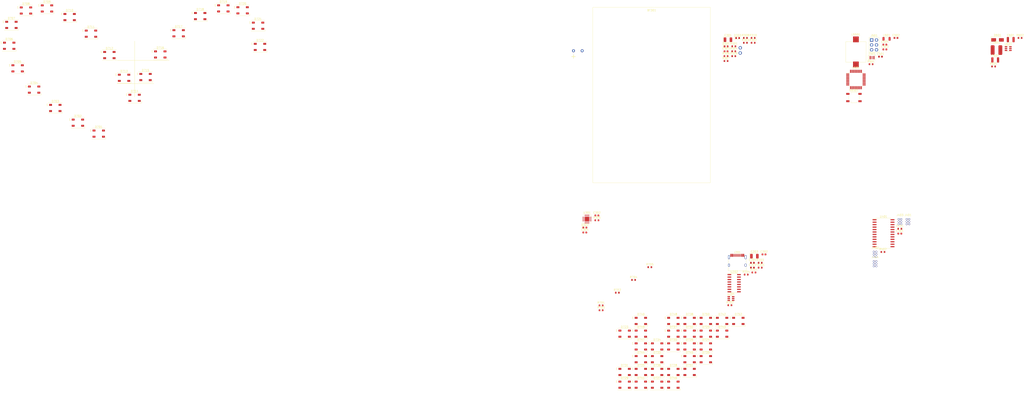
<source format=kicad_pcb>
(kicad_pcb (version 20211014) (generator pcbnew)
  (layers (0 "F.Cu" signal) (31 "B.Cu" signal) (34 "B.Paste" user) (35 "F.Paste" user) (36 "B.SilkS" user "B.Silkscreen") (37 "F.SilkS" user "F.Silkscreen") (38 "B.Mask" user) (39 "F.Mask" user) (44 "Edge.Cuts" user))
  (net 0 "")
  (net 1 "+BATT")
  (net 2 "GND")
  (net 3 "Net-(C201-Pad1)")
  (net 4 "VBUS")
  (net 5 "RESET")
  (net 6 "Net-(C204-Pad2)")
  (net 7 "/Battery charger/CH_OUT")
  (net 8 "+5V")
  (net 9 "Net-(C502-Pad1)")
  (net 10 "Net-(D301-Pad1)")
  (net 11 "Net-(D302-Pad1)")
  (net 12 "Net-(D303-Pad1)")
  (net 13 "Net-(D601-Pad2)")
  (net 14 "VCC")
  (net 15 "Net-(D701-Pad2)")
  (net 16 "Net-(D701-Pad4)")
  (net 17 "Net-(D702-Pad2)")
  (net 18 "Net-(D703-Pad2)")
  (net 19 "Net-(D704-Pad2)")
  (net 20 "Net-(D705-Pad2)")
  (net 21 "Net-(D706-Pad2)")
  (net 22 "Net-(D707-Pad2)")
  (net 23 "Net-(D708-Pad2)")
  (net 24 "Net-(D709-Pad2)")
  (net 25 "Net-(D710-Pad2)")
  (net 26 "Net-(D711-Pad2)")
  (net 27 "Net-(D712-Pad2)")
  (net 28 "Net-(D713-Pad2)")
  (net 29 "Net-(D714-Pad2)")
  (net 30 "Net-(D715-Pad2)")
  (net 31 "Net-(FB201-Pad1)")
  (net 32 "Net-(J201-PadA5)")
  (net 33 "USB_CONN_D+")
  (net 34 "USB_CONN_D-")
  (net 36 "Net-(J201-PadB5)")
  (net 39 "TP_1")
  (net 40 "TP_3")
  (net 41 "TP_2")
  (net 42 "TP_4")
  (net 43 "TP_6")
  (net 44 "TP_5")
  (net 45 "TP_7")
  (net 46 "TP_9")
  (net 47 "TP_8")
  (net 48 "TP_10")
  (net 49 "TP_12")
  (net 50 "TP_11")
  (net 51 "MISO")
  (net 53 "SCK")
  (net 54 "MOSI")
  (net 55 "Net-(LS501-Pad1)")
  (net 56 "RX")
  (net 57 "Net-(R201-Pad2)")
  (net 58 "TX")
  (net 59 "Net-(R204-Pad2)")
  (net 60 "Net-(R301-Pad1)")
  (net 61 "Net-(R302-Pad1)")
  (net 62 "Net-(R303-Pad1)")
  (net 63 "Net-(R304-Pad1)")
  (net 64 "Net-(R305-Pad1)")
  (net 65 "Net-(R306-Pad1)")
  (net 66 "Net-(R307-Pad1)")
  (net 67 "Net-(R308-Pad1)")
  (net 68 "Net-(R309-Pad1)")
  (net 69 "Net-(R310-Pad2)")
  (net 70 "SCL")
  (net 71 "SDA")
  (net 72 "Net-(R601-Pad2)")
  (net 73 "NP_1")
  (net 74 "NP_2")
  (net 76 "NP_3")
  (net 78 "NP_4")
  (net 80 "NP_5")
  (net 81 "USB_D+")
  (net 82 "USB_D-")
  (net 91 "INT")
  (net 99 "Net-(U501-Pad7)")
  (net 100 "Net-(U501-Pad8)")
  (net 111 "Net-(D716-Pad2)")
  (net 112 "Net-(D717-Pad2)")
  (net 113 "Net-(D718-Pad2)")
  (net 114 "Net-(D719-Pad2)")
  (net 115 "Net-(D720-Pad2)")
  (net 116 "Net-(D721-Pad2)")
  (net 117 "Net-(D722-Pad2)")
  (net 118 "Net-(D723-Pad2)")
  (net 119 "Net-(D724-Pad2)")
  (net 120 "Net-(D725-Pad2)")
  (net 121 "Net-(D726-Pad2)")
  (net 122 "Net-(D727-Pad2)")
  (net 123 "Net-(D728-Pad2)")
  (net 124 "Net-(D729-Pad2)")
  (net 125 "Net-(D730-Pad2)")
  (net 126 "Net-(D731-Pad2)")
  (net 127 "Net-(D732-Pad2)")
  (net 128 "Net-(D733-Pad2)")
  (net 129 "Net-(D734-Pad2)")
  (net 130 "Net-(D735-Pad2)")
  (net 131 "Net-(D736-Pad2)")
  (net 132 "Net-(D737-Pad2)")
  (net 133 "Net-(D738-Pad2)")
  (net 134 "Net-(D739-Pad2)")
  (net 135 "Net-(D740-Pad2)")
  (net 136 "Net-(D741-Pad2)")
  (net 137 "Net-(D742-Pad2)")
  (net 138 "Net-(D743-Pad2)")
  (net 139 "Net-(D744-Pad2)")
  (net 140 "Net-(D745-Pad2)")
  (net 141 "Net-(D746-Pad2)")
  (net 142 "Net-(D747-Pad2)")
  (net 143 "Net-(D748-Pad2)")
  (net 144 "Net-(D749-Pad2)")
  (net 145 "Net-(D750-Pad2)")
  (net 146 "Net-(D751-Pad2)")
  (footprint "LED_SMD:LED_WS2812B_PLCC4_5.0x5.0mm_P3.2mm" (layer "F.Cu") (at 337.42 205.3)
    (fp_text reference "D741" (at 0 -3.5) (layer "F.SilkS"))
    (fp_text value "WS2812B")
    (fp_text user "1" (at -4.15 -1.6) (layer "F.SilkS"))
    (pad "1" smd rect (at -2.45 -1.6) (size 1.5 1) (layers "F.Cu" "F.Paste" "F.Mask") (net 14 "VCC"))
    (pad "2" smd rect (at -2.45 1.6) (size 1.5 1) (layers "F.Cu" "F.Paste" "F.Mask") (net 136 "Net-(D741-Pad2)"))
    (pad "3" smd rect (at 2.45 1.6) (size 1.5 1) (layers "F.Cu" "F.Paste" "F.Mask") (net 2 "GND"))
    (pad "4" smd rect (at 2.45 -1.6) (size 1.5 1) (layers "F.Cu" "F.Paste" "F.Mask") (net 135 "Net-(D740-Pad2)"))
  )
  (footprint "LED_SMD:LED_WS2812B_PLCC4_5.0x5.0mm_P3.2mm" (layer "F.Cu") (at 10 29.4)
    (fp_text reference "D706" (at 0 -3.5) (layer "F.SilkS"))
    (fp_text value "WS2812B")
    (fp_text user "1" (at -4.15 -1.6) (layer "F.SilkS"))
    (pad "1" smd rect (at -2.45 -1.6) (size 1.5 1) (layers "F.Cu" "F.Paste" "F.Mask") (net 14 "VCC"))
    (pad "2" smd rect (at -2.45 1.6) (size 1.5 1) (layers "F.Cu" "F.Paste" "F.Mask") (net 21 "Net-(D706-Pad2)"))
    (pad "3" smd rect (at 2.45 1.6) (size 1.5 1) (layers "F.Cu" "F.Paste" "F.Mask") (net 2 "GND"))
    (pad "4" smd rect (at 2.45 -1.6) (size 1.5 1) (layers "F.Cu" "F.Paste" "F.Mask") (net 20 "Net-(D705-Pad2)"))
  )
  (footprint "LED_SMD:LED_WS2812B_PLCC4_5.0x5.0mm_P3.2mm" (layer "F.Cu") (at 22.91 52.16)
    (fp_text reference "D704" (at 0 -3.5) (layer "F.SilkS"))
    (fp_text value "WS2812B")
    (fp_text user "1" (at -4.15 -1.6) (layer "F.SilkS"))
    (pad "1" smd rect (at -2.45 -1.6) (size 1.5 1) (layers "F.Cu" "F.Paste" "F.Mask") (net 14 "VCC"))
    (pad "2" smd rect (at -2.45 1.6) (size 1.5 1) (layers "F.Cu" "F.Paste" "F.Mask") (net 19 "Net-(D704-Pad2)"))
    (pad "3" smd rect (at 2.45 1.6) (size 1.5 1) (layers "F.Cu" "F.Paste" "F.Mask") (net 2 "GND"))
    (pad "4" smd rect (at 2.45 -1.6) (size 1.5 1) (layers "F.Cu" "F.Paste" "F.Mask") (net 18 "Net-(D703-Pad2)"))
  )
  (footprint "Resistor_SMD:R_0603_1608Metric" (layer "F.Cu") (at 381.558 34.795)
    (fp_text reference "R306" (at 0 -1.43) (layer "F.SilkS"))
    (fp_text value "1k")
    (pad "1" smd roundrect (at -0.825 0) (size 0.8 0.95) (layers "F.Cu" "F.Paste" "F.Mask") (net 65 "Net-(R306-Pad1)"))
    (pad "2" smd roundrect (at 0.825 0) (size 0.8 0.95) (layers "F.Cu" "F.Paste" "F.Mask") (net 11 "Net-(D302-Pad1)"))
  )
  (footprint "Resistor_SMD:R_0603_1608Metric" (layer "F.Cu") (at 391.598 27.855)
    (fp_text reference "R303" (at 0 -1.43) (layer "F.SilkS"))
    (fp_text value "10k")
    (pad "1" smd roundrect (at -0.825 0) (size 0.8 0.95) (layers "F.Cu" "F.Paste" "F.Mask") (net 62 "Net-(R303-Pad1)"))
    (pad "2" smd roundrect (at 0.825 0) (size 0.8 0.95) (layers "F.Cu" "F.Paste" "F.Mask") (net 4 "VBUS"))
  )
  (footprint "Capacitor_SMD:C_0603_1608Metric" (layer "F.Cu") (at 463.898 28.795)
    (fp_text reference "C504" (at 0 -1.43) (layer "F.SilkS"))
    (fp_text value "1u")
    (pad "1" smd roundrect (at -0.775 0) (size 0.9 0.95) (layers "F.Cu" "F.Paste" "F.Mask") (net 2 "GND"))
    (pad "2" smd roundrect (at 0.775 0) (size 0.9 0.95) (layers "F.Cu" "F.Paste" "F.Mask") (net 5 "RESET"))
  )
  (footprint "Resistor_SMD:R_0603_1608Metric" (layer "F.Cu") (at 396.018 147.055)
    (fp_text reference "R201" (at 0 -1.43) (layer "F.SilkS"))
    (fp_text value "1k")
    (pad "1" smd roundrect (at -0.825 0) (size 0.8 0.95) (layers "F.Cu" "F.Paste" "F.Mask") (net 56 "RX"))
    (pad "2" smd roundrect (at 0.825 0) (size 0.8 0.95) (layers "F.Cu" "F.Paste" "F.Mask") (net 57 "Net-(R201-Pad2)"))
  )
  (footprint "Resistor_SMD:R_0603_1608Metric" (layer "F.Cu") (at 471.648 124.375)
    (fp_text reference "R401" (at 0 -1.43) (layer "F.SilkS"))
    (fp_text value "2k2")
    (pad "1" smd roundrect (at -0.825 0) (size 0.8 0.95) (layers "F.Cu" "F.Paste" "F.Mask") (net 8 "+5V"))
    (pad "2" smd roundrect (at 0.825 0) (size 0.8 0.95) (layers "F.Cu" "F.Paste" "F.Mask") (net 70 "SCL"))
  )
  (footprint "LED_SMD:LED_WS2812B_PLCC4_5.0x5.0mm_P3.2mm" (layer "F.Cu") (at 337.42 198.68)
    (fp_text reference "D735" (at 0 -3.5) (layer "F.SilkS"))
    (fp_text value "WS2812B")
    (fp_text user "1" (at -4.15 -1.6) (layer "F.SilkS"))
    (pad "1" smd rect (at -2.45 -1.6) (size 1.5 1) (layers "F.Cu" "F.Paste" "F.Mask") (net 14 "VCC"))
    (pad "2" smd rect (at -2.45 1.6) (size 1.5 1) (layers "F.Cu" "F.Paste" "F.Mask") (net 130 "Net-(D735-Pad2)"))
    (pad "3" smd rect (at 2.45 1.6) (size 1.5 1) (layers "F.Cu" "F.Paste" "F.Mask") (net 2 "GND"))
    (pad "4" smd rect (at 2.45 -1.6) (size 1.5 1) (layers "F.Cu" "F.Paste" "F.Mask") (net 129 "Net-(D734-Pad2)"))
  )
  (footprint "Footprints:2x03_P1.27mm_conn" (layer "F.Cu") (at 476.503 119.395)
    (fp_text reference "J401" (at -0.635 -2.135) (layer "F.SilkS"))
    (fp_text value "Conn_02x03_Odd_Even")
    (pad "1" thru_hole circle (at 0 0) (size 1 1) (drill 0.7) (layers *.Cu *.Mask) (net 2 "GND"))
    (pad "2" thru_hole oval (at -1.27 0) (size 1 1) (drill 0.7) (layers *.Cu *.Mask) (net 39 "TP_1"))
    (pad "3" thru_hole oval (at 0 1.27) (size 1 1) (drill 0.7) (layers *.Cu *.Mask) (net 8 "+5V"))
    (pad "4" thru_hole oval (at -1.27 1.27) (size 1 1) (drill 0.7) (layers *.Cu *.Mask) (net 8 "+5V"))
    (pad "5" thru_hole oval (at 0 2.54) (size 1 1) (drill 0.7) (layers *.Cu *.Mask) (net 40 "TP_3"))
    (pad "6" thru_hole oval (at -1.27 2.54) (size 1 1) (drill 0.7) (layers *.Cu *.Mask) (net 41 "TP_2"))
  )
  (footprint "Resistor_SMD:R_0603_1608Metric" (layer "F.Cu") (at 383.558 164.055)
    (fp_text reference "R202" (at 0 -1.43) (layer "F.SilkS"))
    (fp_text value "5k1")
    (pad "1" smd roundrect (at -0.825 0) (size 0.8 0.95) (layers "F.Cu" "F.Paste" "F.Mask") (net 36 "Net-(J201-PadB5)"))
    (pad "2" smd roundrect (at 0.825 0) (size 0.8 0.95) (layers "F.Cu" "F.Paste" "F.Mask") (net 2 "GND"))
  )
  (footprint "LED_SMD:LED_WS2812B_PLCC4_5.0x5.0mm_P3.2mm" (layer "F.Cu") (at 97.84 22.91)
    (fp_text reference "D717" (at 0 -3.5) (layer "F.SilkS"))
    (fp_text value "WS2812B")
    (fp_text user "1" (at -4.15 -1.6) (layer "F.SilkS"))
    (pad "1" smd rect (at -2.45 -1.6) (size 1.5 1) (layers "F.Cu" "F.Paste" "F.Mask") (net 14 "VCC"))
    (pad "2" smd rect (at -2.45 1.6) (size 1.5 1) (layers "F.Cu" "F.Paste" "F.Mask") (net 112 "Net-(D717-Pad2)"))
    (pad "3" smd rect (at 2.45 1.6) (size 1.5 1) (layers "F.Cu" "F.Paste" "F.Mask") (net 2 "GND"))
    (pad "4" smd rect (at 2.45 -1.6) (size 1.5 1) (layers "F.Cu" "F.Paste" "F.Mask") (net 111 "Net-(D716-Pad2)"))
  )
  (footprint "Footprints:2x03_P1.27mm_conn" (layer "F.Cu") (at 472.353 119.395)
    (fp_text reference "J403" (at -0.635 -2.135) (layer "F.SilkS"))
    (fp_text value "Conn_02x03_Odd_Even")
    (pad "1" thru_hole circle (at 0 0) (size 1 1) (drill 0.7) (layers *.Cu *.Mask) (net 2 "GND"))
    (pad "2" thru_hole oval (at -1.27 0) (size 1 1) (drill 0.7) (layers *.Cu *.Mask) (net 45 "TP_7"))
    (pad "3" thru_hole oval (at 0 1.27) (size 1 1) (drill 0.7) (layers *.Cu *.Mask) (net 8 "+5V"))
    (pad "4" thru_hole oval (at -1.27 1.27) (size 1 1) (drill 0.7) (layers *.Cu *.Mask) (net 8 "+5V"))
    (pad "5" thru_hole oval (at 0 2.54) (size 1 1) (drill 0.7) (layers *.Cu *.Mask) (net 46 "TP_9"))
    (pad "6" thru_hole oval (at -1.27 2.54) (size 1 1) (drill 0.7) (layers *.Cu *.Mask) (net 47 "TP_8"))
  )
  (footprint "LED_SMD:LED_WS2812B_PLCC4_5.0x5.0mm_P3.2mm" (layer "F.Cu") (at 29.6 10.03)
    (fp_text reference "D709" (at 0 -3.5) (layer "F.SilkS"))
    (fp_text value "WS2812B")
    (fp_text user "1" (at -4.15 -1.6) (layer "F.SilkS"))
    (pad "1" smd rect (at -2.45 -1.6) (size 1.5 1) (layers "F.Cu" "F.Paste" "F.Mask") (net 14 "VCC"))
    (pad "2" smd rect (at -2.45 1.6) (size 1.5 1) (layers "F.Cu" "F.Paste" "F.Mask") (net 24 "Net-(D709-Pad2)"))
    (pad "3" smd rect (at 2.45 1.6) (size 1.5 1) (layers "F.Cu" "F.Paste" "F.Mask") (net 2 "GND"))
    (pad "4" smd rect (at 2.45 -1.6) (size 1.5 1) (layers "F.Cu" "F.Paste" "F.Mask") (net 23 "Net-(D708-Pad2)"))
  )
  (footprint "Footprints:KLJ-1102" (layer "F.Cu") (at 448.883 32.59)
    (fp_text reference "LS501" (at 0 -9 unlocked) (layer "F.SilkS"))
    (fp_text value "Buzzer")
    (pad "1" smd rect (at 0 -6.5) (size 3 3) (layers "F.Cu" "F.Paste" "F.Mask") (net 55 "Net-(LS501-Pad1)"))
    (pad "2" smd rect (at 0 6.5) (size 3 3) (layers "F.Cu" "F.Paste" "F.Mask") (net 2 "GND"))
  )
  (footprint "LED_SMD:LED_WS2812B_PLCC4_5.0x5.0mm_P3.2mm" (layer "F.Cu") (at 345.84 198.68)
    (fp_text reference "D736" (at 0 -3.5) (layer "F.SilkS"))
    (fp_text value "WS2812B")
    (fp_text user "1" (at -4.15 -1.6) (layer "F.SilkS"))
    (pad "1" smd rect (at -2.45 -1.6) (size 1.5 1) (layers "F.Cu" "F.Paste" "F.Mask") (net 14 "VCC"))
    (pad "2" smd rect (at -2.45 1.6) (size 1.5 1) (layers "F.Cu" "F.Paste" "F.Mask") (net 131 "Net-(D736-Pad2)"))
    (pad "3" smd rect (at 2.45 1.6) (size 1.5 1) (layers "F.Cu" "F.Paste" "F.Mask") (net 2 "GND"))
    (pad "4" smd rect (at 2.45 -1.6) (size 1.5 1) (layers "F.Cu" "F.Paste" "F.Mask") (net 130 "Net-(D735-Pad2)"))
  )
  (footprint "LED_SMD:LED_WS2812B_PLCC4_5.0x5.0mm_P3.2mm" (layer "F.Cu") (at 41.34 14.51)
    (fp_text reference "D710" (at 0 -3.5) (layer "F.SilkS"))
    (fp_text value "WS2812B")
    (fp_text user "1" (at -4.15 -1.6) (layer "F.SilkS"))
    (pad "1" smd rect (at -2.45 -1.6) (size 1.5 1) (layers "F.Cu" "F.Paste" "F.Mask") (net 14 "VCC"))
    (pad "2" smd rect (at -2.45 1.6) (size 1.5 1) (layers "F.Cu" "F.Paste" "F.Mask") (net 25 "Net-(D710-Pad2)"))
    (pad "3" smd rect (at 2.45 1.6) (size 1.5 1) (layers "F.Cu" "F.Paste" "F.Mask") (net 2 "GND"))
    (pad "4" smd rect (at 2.45 -1.6) (size 1.5 1) (layers "F.Cu" "F.Paste" "F.Mask") (net 24 "Net-(D709-Pad2)"))
  )
  (footprint "LED_SMD:LED_WS2812B_PLCC4_5.0x5.0mm_P3.2mm" (layer "F.Cu") (at 362.68 178.82)
    (fp_text reference "D732" (at 0 -3.5) (layer "F.SilkS"))
    (fp_text value "WS2812B")
    (fp_text user "1" (at -4.15 -1.6) (layer "F.SilkS"))
    (pad "1" smd rect (at -2.45 -1.6) (size 1.5 1) (layers "F.Cu" "F.Paste" "F.Mask") (net 14 "VCC"))
    (pad "2" smd rect (at -2.45 1.6) (size 1.5 1) (layers "F.Cu" "F.Paste" "F.Mask") (net 127 "Net-(D732-Pad2)"))
    (pad "3" smd rect (at 2.45 1.6) (size 1.5 1) (layers "F.Cu" "F.Paste" "F.Mask") (net 2 "GND"))
    (pad "4" smd rect (at 2.45 -1.6) (size 1.5 1) (layers "F.Cu" "F.Paste" "F.Mask") (net 126 "Net-(D731-Pad2)"))
  )
  (footprint "LED_SMD:LED_WS2812B_PLCC4_5.0x5.0mm_P3.2mm" (layer "F.Cu") (at 354.26 185.44)
    (fp_text reference "D730" (at 0 -3.5) (layer "F.SilkS"))
    (fp_text value "WS2812B")
    (fp_text user "1" (at -4.15 -1.6) (layer "F.SilkS"))
    (pad "1" smd rect (at -2.45 -1.6) (size 1.5 1) (layers "F.Cu" "F.Paste" "F.Mask") (net 14 "VCC"))
    (pad "2" smd rect (at -2.45 1.6) (size 1.5 1) (layers "F.Cu" "F.Paste" "F.Mask") (net 125 "Net-(D730-Pad2)"))
    (pad "3" smd rect (at 2.45 1.6) (size 1.5 1) (layers "F.Cu" "F.Paste" "F.Mask") (net 2 "GND"))
    (pad "4" smd rect (at 2.45 -1.6) (size 1.5 1) (layers "F.Cu" "F.Paste" "F.Mask") (net 124 "Net-(D729-Pad2)"))
  )
  (footprint "Package_QFP:TQFP-32_7x7mm_P0.8mm" (layer "F.Cu") (at 448.898 46.915)
    (fp_text reference "U501" (at 0 -6.05) (layer "F.SilkS"))
    (fp_text value "ATmega328P-A")
    (pad "1" smd rect (at -4.25 -2.8) (size 1.6 0.55) (layers "F.Cu" "F.Paste" "F.Mask") (net 73 "NP_1"))
    (pad "2" smd rect (at -4.25 -2) (size 1.6 0.55) (layers "F.Cu" "F.Paste" "F.Mask") (net 74 "NP_2"))
    (pad "3" smd rect (at -4.25 -1.2) (size 1.6 0.55) (layers "F.Cu" "F.Paste" "F.Mask") (net 2 "GND"))
    (pad "4" smd rect (at -4.25 -0.4) (size 1.6 0.55) (layers "F.Cu" "F.Paste" "F.Mask") (net 8 "+5V"))
    (pad "5" smd rect (at -4.25 0.4) (size 1.6 0.55) (layers "F.Cu" "F.Paste" "F.Mask") (net 2 "GND"))
    (pad "6" smd rect (at -4.25 1.2) (size 1.6 0.55) (layers "F.Cu" "F.Paste" "F.Mask") (net 8 "+5V"))
    (pad "7" smd rect (at -4.25 2) (size 1.6 0.55) (layers "F.Cu" "F.Paste" "F.Mask") (net 99 "Net-(U501-Pad7)"))
    (pad "8" smd rect (at -4.25 2.8) (size 1.6 0.55) (layers "F.Cu" "F.Paste" "F.Mask") (net 100 "Net-(U501-Pad8)"))
    (pad "9" smd rect (at -2.8 4.25 90) (size 1.6 0.55) (layers "F.Cu" "F.Paste" "F.Mask") (net 76 "NP_3"))
    (pad "10" smd rect (at -2 4.25 90) (size 1.6 0.55) (layers "F.Cu" "F.Paste" "F.Mask") (net 78 "NP_4"))
    (pad "11" smd rect (at -1.2 4.25 90) (size 1.6 0.55) (layers "F.Cu" "F.Paste" "F.Mask") (net 80 "NP_5"))
    (pad "12" smd rect (at -0.4 4.25 90) (size 1.6 0.55) (layers "F.Cu" "F.Paste" "F.Mask"))
    (pad "13" smd rect (at 0.4 4.25 90) (size 1.6 0.55) (layers "F.Cu" "F.Paste" "F.Mask"))
    (pad "14" smd rect (at 1.2 4.25 90) (size 1.6 0.55) (layers "F.Cu" "F.Paste" "F.Mask") (net 55 "Net-(LS501-Pad1)"))
    (pad "15" smd rect (at 2 4.25 90) (size 1.6 0.55) (layers "F.Cu" "F.Paste" "F.Mask") (net 54 "MOSI"))
    (pad "16" smd rect (at 2.8 4.25 90) (size 1.6 0.55) (layers "F.Cu" "F.Paste" "F.Mask") (net 51 "MISO"))
    (pad "17" smd rect (at 4.25 2.8) (size 1.6 0.55) (layers "F.Cu" "F.Paste" "F.Mask") (net 53 "SCK"))
    (pad "18" smd rect (at 4.25 2) (size 1.6 0.55) (layers "F.Cu" "F.Paste" "F.Mask") (net 9 "Net-(C502-Pad1)"))
    (pad "19" smd rect (at 4.25 1.2) (size 1.6 0.55) (layers "F.Cu" "F.Paste" "F.Mask"))
    (pad "20" smd rect (at 4.25 0.4) (size 1.6 0.55) (layers "F.Cu" "F.Paste" "F.Mask") (net 8 "+5V"))
    (pad "21" smd rect (at 4.25 -0.4) (size 1.6 0.55) (layers "F.Cu" "F.Paste" "F.Mask") (net 2 "GND"))
    (pad "22" smd rect (at 4.25 -1.2) (size 1.6 0.55) (layers "F.Cu" "F.Paste" "F.Mask"))
    (pad "23" smd rect (at 4.25 -2) (size 1.6 0.55) (layers "F.Cu" "F.Paste" "F.Mask"))
    (pad "24" smd rect (at 4.25 -2.8) (size 1.6 0.55) (layers "F.Cu" "F.Paste" "F.Mask"))
    (pad "25" smd rect (at 2.8 -4.25 90) (size 1.6 0.55) (layers "F.Cu" "F.Paste" "F.Mask"))
    (pad "26" smd rect (at 2 -4.25 90) (size 1.6 0.55) (layers "F.Cu" "F.Paste" "F.Mask"))
    (pad "27" smd rect (at 1.2 -4.25 90) (size 1.6 0.55) (layers "F.Cu" "F.Paste" "F.Mask") (net 71 "SDA"))
    (pad "28" smd rect (at 0.4 -4.25 90) (size 1.6 0.55) (layers "F.Cu" "F.Paste" "F.Mask") (net 70 "SCL"))
    (pad "29" smd rect (at -0.4 -4.25 90) (size 1.6 0.55) (layers "F.Cu" "F.Paste" "F.Mask") (net 5 "RESET"))
    (pad "30" smd rect (at -1.2 -4.25 90) (size 1.6 0.55) (layers "F.Cu" "F.Paste" "F.Mask") (net 56 "RX"))
    (pad "31" smd rect (at -2 -4.25 90) (size 1.6 0.55) (layers "F.Cu" "F.Paste" "F.Mask") (net 58 "TX"))
    (pad "32" smd rect (at -2.8 -4.25 90) (size 1.6 0.55) (layers "F.Cu" "F.Paste" "F.Mask") (net 91 "INT"))
  )
  (footprint "LED_SMD:LED_WS2812B_PLCC4_5.0x5.0mm_P3.2mm" (layer "F.Cu") (at 345.84 192.06)
    (fp_text reference "D733" (at 0 -3.5) (layer "F.SilkS"))
    (fp_text value "WS2812B")
    (fp_text user "1" (at -4.15 -1.6) (layer "F.SilkS"))
    (pad "1" smd rect (at -2.45 -1.6) (size 1.5 1) (layers "F.Cu" "F.Paste" "F.Mask") (net 14 "VCC"))
    (pad "2" smd rect (at -2.45 1.6) (size 1.5 1) (layers "F.Cu" "F.Paste" "F.Mask") (net 128 "Net-(D733-Pad2)"))
    (pad "3" smd rect (at 2.45 1.6) (size 1.5 1) (layers "F.Cu" "F.Paste" "F.Mask") (net 2 "GND"))
    (pad "4" smd rect (at 2.45 -1.6) (size 1.5 1) (layers "F.Cu" "F.Paste" "F.Mask") (net 127 "Net-(D732-Pad2)"))
  )
  (footprint "LED_SMD:LED_WS2812B_PLCC4_5.0x5.0mm_P3.2mm" (layer "F.Cu") (at 329 205.3)
    (fp_text reference "D729" (at 0 -3.5) (layer "F.SilkS"))
    (fp_text value "WS2812B")
    (fp_text user "1" (at -4.15 -1.6) (layer "F.SilkS"))
    (pad "1" smd rect (at -2.45 -1.6) (size 1.5 1) (layers "F.Cu" "F.Paste" "F.Mask") (net 14 "VCC"))
    (pad "2" smd rect (at -2.45 1.6) (size 1.5 1) (layers "F.Cu" "F.Paste" "F.Mask") (net 124 "Net-(D729-Pad2)"))
    (pad "3" smd rect (at 2.45 1.6) (size 1.5 1) (layers "F.Cu" "F.Paste" "F.Mask") (net 2 "GND"))
    (pad "4" smd rect (at 2.45 -1.6) (size 1.5 1) (layers "F.Cu" "F.Paste" "F.Mask") (net 123 "Net-(D728-Pad2)"))
  )
  (footprint "Capacitor_SMD:C_0603_1608Metric" (layer "F.Cu") (at 463.898 31.305)
    (fp_text reference "C503" (at 0 -1.43) (layer "F.SilkS"))
    (fp_text value "100n")
    (pad "1" smd roundrect (at -0.775 0) (size 0.9 0.95) (layers "F.Cu" "F.Paste" "F.Mask") (net 8 "+5V"))
    (pad "2" smd roundrect (at 0.775 0) (size 0.9 0.95) (layers "F.Cu" "F.Paste" "F.Mask") (net 2 "GND"))
  )
  (footprint "LED_SMD:LED_WS2812B_PLCC4_5.0x5.0mm_P3.2mm" (layer "F.Cu") (at 88.31 33.91)
    (fp_text reference "D716" (at 0 -3.5) (layer "F.SilkS"))
    (fp_text value "WS2812B")
    (fp_text user "1" (at -4.15 -1.6) (layer "F.SilkS"))
    (pad "1" smd rect (at -2.45 -1.6) (size 1.5 1) (layers "F.Cu" "F.Paste" "F.Mask") (net 14 "VCC"))
    (pad "2" smd rect (at -2.45 1.6) (size 1.5 1) (layers "F.Cu" "F.Paste" "F.Mask") (net 111 "Net-(D716-Pad2)"))
    (pad "3" smd rect (at 2.45 1.6) (size 1.5 1) (layers "F.Cu" "F.Paste" "F.Mask") (net 2 "GND"))
    (pad "4" smd rect (at 2.45 -1.6) (size 1.5 1) (layers "F.Cu" "F.Paste" "F.Mask") (net 30 "Net-(D715-Pad2)"))
  )
  (footprint "LED_SMD:LED_WS2812B_PLCC4_5.0x5.0mm_P3.2mm" (layer "F.Cu") (at 337.42 185.44)
    (fp_text reference "D747" (at 0 -3.5) (layer "F.SilkS"))
    (fp_text value "WS2812B")
    (fp_text user "1" (at -4.15 -1.6) (layer "F.SilkS"))
    (pad "1" smd rect (at -2.45 -1.6) (size 1.5 1) (layers "F.Cu" "F.Paste" "F.Mask") (net 14 "VCC"))
    (pad "2" smd rect (at -2.45 1.6) (size 1.5 1) (layers "F.Cu" "F.Paste" "F.Mask") (net 142 "Net-(D747-Pad2)"))
    (pad "3" smd rect (at 2.45 1.6) (size 1.5 1) (layers "F.Cu" "F.Paste" "F.Mask") (net 2 "GND"))
    (pad "4" smd rect (at 2.45 -1.6) (size 1.5 1) (layers "F.Cu" "F.Paste" "F.Mask") (net 141 "Net-(D746-Pad2)"))
  )
  (footprint "Resistor_SMD:R_0603_1608Metric" (layer "F.Cu") (at 533.958 25.345)
    (fp_text reference "R602" (at 0 -1.43) (layer "F.SilkS"))
    (fp_text value "13k3")
    (pad "1" smd roundrect (at -0.825 0) (size 0.8 0.95) (layers "F.Cu" "F.Paste" "F.Mask") (net 72 "Net-(R601-Pad2)"))
    (pad "2" smd roundrect (at 0.825 0) (size 0.8 0.95) (layers "F.Cu" "F.Paste" "F.Mask") (net 2 "GND"))
  )
  (footprint "LED_SMD:LED_WS2812B_PLCC4_5.0x5.0mm_P3.2mm" (layer "F.Cu") (at 362.68 198.68)
    (fp_text reference "D751" (at 0 -3.5) (layer "F.SilkS"))
    (fp_text value "WS2812B")
    (fp_text user "1" (at -4.15 -1.6) (layer "F.SilkS"))
    (pad "1" smd rect (at -2.45 -1.6) (size 1.5 1) (layers "F.Cu" "F.Paste" "F.Mask") (net 14 "VCC"))
    (pad "2" smd rect (at -2.45 1.6) (size 1.5 1) (layers "F.Cu" "F.Paste" "F.Mask") (net 146 "Net-(D751-Pad2)"))
    (pad "3" smd rect (at 2.45 1.6) (size 1.5 1) (layers "F.Cu" "F.Paste" "F.Mask") (net 2 "GND"))
    (pad "4" smd rect (at 2.45 -1.6) (size 1.5 1) (layers "F.Cu" "F.Paste" "F.Mask") (net 145 "Net-(D750-Pad2)"))
  )
  (footprint "LED_SMD:LED_WS2812B_PLCC4_5.0x5.0mm_P3.2mm" (layer "F.Cu") (at 379.52 172.2)
    (fp_text reference "D742" (at 0 -3.5) (layer "F.SilkS"))
    (fp_text value "WS2812B")
    (fp_text user "1" (at -4.15 -1.6) (layer "F.SilkS"))
    (pad "1" smd rect (at -2.45 -1.6) (size 1.5 1) (layers "F.Cu" "F.Paste" "F.Mask") (net 14 "VCC"))
    (pad "2" smd rect (at -2.45 1.6) (size 1.5 1) (layers "F.Cu" "F.Paste" "F.Mask") (net 137 "Net-(D742-Pad2)"))
    (pad "3" smd rect (at 2.45 1.6) (size 1.5 1) (layers "F.Cu" "F.Paste" "F.Mask") (net 2 "GND"))
    (pad "4" smd rect (at 2.45 -1.6) (size 1.5 1) (layers "F.Cu" "F.Paste" "F.Mask") (net 136 "Net-(D741-Pad2)"))
  )
  (footprint "Capacitor_SMD:C_0603_1608Metric" (layer "F.Cu") (at 469.648 25.345)
    (fp_text reference "C502" (at 0 -1.43) (layer "F.SilkS"))
    (fp_text value "100n")
    (pad "1" smd roundrect (at -0.775 0) (size 0.9 0.95) (layers "F.Cu" "F.Paste" "F.Mask") (net 9 "Net-(C502-Pad1)"))
    (pad "2" smd roundrect (at 0.775 0) (size 0.9 0.95) (layers "F.Cu" "F.Paste" "F.Mask") (net 2 "GND"))
  )
  (footprint "LED_SMD:LED_WS2812B_PLCC4_5.0x5.0mm_P3.2mm" (layer "F.Cu") (at 33.91 61.69)
    (fp_text reference "D703" (at 0 -3.5) (layer "F.SilkS"))
    (fp_text value "WS2812B")
    (fp_text user "1" (at -4.15 -1.6) (layer "F.SilkS"))
    (pad "1" smd rect (at -2.45 -1.6) (size 1.5 1) (layers "F.Cu" "F.Paste" "F.Mask") (net 14 "VCC"))
    (pad "2" smd rect (at -2.45 1.6) (size 1.5 1) (layers "F.Cu" "F.Paste" "F.Mask") (net 18 "Net-(D703-Pad2)"))
    (pad "3" smd rect (at 2.45 1.6) (size 1.5 1) (layers "F.Cu" "F.Paste" "F.Mask") (net 2 "GND"))
    (pad "4" smd rect (at 2.45 -1.6) (size 1.5 1) (layers "F.Cu" "F.Paste" "F.Mask") (net 17 "Net-(D702-Pad2)"))
  )
  (footprint "Inductor_SMD:L_1206_3216Metric" (layer "F.Cu") (at 464.768 25.815)
    (fp_text reference "L501" (at 0 -1.9) (layer "F.SilkS"))
    (fp_text value "10u")
    (pad "1" smd roundrect (at -1.575 0) (size 1.05 1.9) (layers "F.Cu" "F.Paste" "F.Mask") (roundrect_rratio 0.238095) (net 8 "+5V"))
    (pad "2" smd roundrect (at 1.575 0) (size 1.05 1.9) (layers "F.Cu" "F.Paste" "F.Mask") (roundrect_rratio 0.238095) (net 9 "Net-(C502-Pad1)"))
  )
  (footprint "Resistor_SMD:R_0603_1608Metric" (layer "F.Cu") (at 392.008 148.155)
    (fp_text reference "R204" (at 0 -1.43) (layer "F.SilkS"))
    (fp_text value "1k")
    (pad "1" smd roundrect (at -0.825 0) (size 0.8 0.95) (layers "F.Cu" "F.Paste" "F.Mask") (net 58 "TX"))
    (pad "2" smd roundrect (at 0.825 0) (size 0.8 0.95) (layers "F.Cu" "F.Paste" "F.Mask") (net 59 "Net-(R204-Pad2)"))
  )
  (footprint "Capacitor_SMD:C_1210_3225Metric" (layer "F.Cu") (at 521.078 36.765)
    (fp_text reference "C602" (at 0 -2.3) (layer "F.SilkS"))
    (fp_text value "22u / 16V")
    (pad "1" smd roundrect (at -1.475 0) (size 1.15 2.7) (layers "F.Cu" "F.Paste" "F.Mask") (roundrect_rratio 0.217391) (net 8 "+5V"))
    (pad "2" smd roundrect (at 1.475 0) (size 1.15 2.7) (layers "F.Cu" "F.Paste" "F.Mask") (roundrect_rratio 0.217391) (net 2 "GND"))
  )
  (footprint "Resistor_SMD:R_0603_1608Metric" (layer "F.Cu") (at 385.568 32.285)
    (fp_text reference "R304" (at 0 -1.43) (layer "F.SilkS"))
    (fp_text value "1k")
    (pad "1" smd roundrect (at -0.825 0) (size 0.8 0.95) (layers "F.Cu" "F.Paste" "F.Mask") (net 63 "Net-(R304-Pad1)"))
    (pad "2" smd roundrect (at 0.825 0) (size 0.8 0.95) (layers "F.Cu" "F.Paste" "F.Mask") (net 10 "Net-(D301-Pad1)"))
  )
  (footprint "Footprints:PinHeader_1x01" (layer "F.Cu") (at 388.923 33.16)
    (fp_text reference "J302" hide)
    (fp_text value "Conn_01x01" hide)
    (pad "1" thru_hole circle (at 0 0) (size 1.7 1.7) (drill 1) (layers *.Cu *.Mask) (net 7 "/Battery charger/CH_OUT"))
  )
  (footprint "Resistor_SMD:R_0603_1608Metric" (layer "F.Cu") (at 456.728 38.965)
    (fp_text reference "R501" (at 0 -1.43) (layer "F.SilkS"))
    (fp_text value "10k")
    (pad "1" smd roundrect (at -0.825 0) (size 0.8 0.95) (layers "F.Cu" "F.Paste" "F.Mask") (net 5 "RESET"))
    (pad "2" smd roundrect (at 0.825 0) (size 0.8 0.95) (layers "F.Cu" "F.Paste" "F.Mask") (net 8 "+5V"))
  )
  (footprint "Resistor_SMD:R_0603_1608Metric" (layer "F.Cu") (at 385.568 34.795)
    (fp_text reference "R309" (at 0 -1.43) (layer "F.SilkS"))
    (fp_text value "1k")
    (pad "1" smd roundrect (at -0.825 0) (size 0.8 0.95) (layers "F.Cu" "F.Paste" "F.Mask") (net 68 "Net-(R309-Pad1)"))
    (pad "2" smd roundrect (at 0.825 0) (size 0.8 0.95) (layers "F.Cu" "F.Paste" "F.Mask") (net 12 "Net-(D303-Pad1)"))
  )
  (footprint "LED_SMD:LED_WS2812B_PLCC4_5.0x5.0mm_P3.2mm" (layer "F.Cu") (at 109 14)
    (fp_text reference "D718" (at 0 -3.5) (layer "F.SilkS"))
    (fp_text value "WS2812B")
    (fp_text user "1" (at -4.15 -1.6) (layer "F.SilkS"))
    (pad "1" smd rect (at -2.45 -1.6) (size 1.5 1) (layers "F.Cu" "F.Paste" "F.Mask") (net 14 "VCC"))
    (pad "2" smd rect (at -2.45 1.6) (size 1.5 1) (layers "F.Cu" "F.Paste" "F.Mask") (net 113 "Net-(D718-Pad2)"))
    (pad "3" smd rect (at 2.45 1.6) (size 1.5 1) (layers "F.Cu" "F.Paste" "F.Mask") (net 2 "GND"))
    (pad "4" smd rect (at 2.45 -1.6) (size 1.5 1) (layers "F.Cu" "F.Paste" "F.Mask") (net 112 "Net-(D717-Pad2)"))
  )
  (footprint "Capacitor_SMD:C_0603_1608Metric" (layer "F.Cu") (at 461.618 35.045)
    (fp_text reference "C501" (at 0 -1.43) (layer "F.SilkS"))
    (fp_text value "100n")
    (pad "1" smd roundrect (at -0.775 0) (size 0.9 0.95) (layers "F.Cu" "F.Paste" "F.Mask") (net 8 "+5V"))
    (pad "2" smd roundrect (at 0.775 0) (size 0.9 0.95) (layers "F.Cu" "F.Paste" "F.Mask") (net 2 "GND"))
  )
  (footprint "Footprints:PinHeader_1x01" (layer "F.Cu") (at 388.963 30.46)
    (fp_text reference "J301" hide)
    (fp_text value "Conn_01x01" hide)
    (pad "1" thru_hole circle (at 0 0) (size 1.7 1.7) (drill 1) (layers *.Cu *.Mask) (net 14 "VCC"))
  )
  (footprint "LED_SMD:LED_WS2812B_PLCC4_5.0x5.0mm_P3.2mm" (layer "F.Cu") (at 131 11)
    (fp_text reference "D720" (at 0 -3.5) (layer "F.SilkS"))
    (fp_text value "WS2812B")
    (fp_text user "1" (at -4.15 -1.6) (layer "F.SilkS"))
    (pad "1" smd rect (at -2.45 -1.6) (size 1.5 1) (layers "F.Cu" "F.Paste" "F.Mask") (net 14 "VCC"))
    (pad "2" smd rect (at -2.45 1.6) (size 1.5 1) (layers "F.Cu" "F.Paste" "F.Mask") (net 115 "Net-(D720-Pad2)"))
    (pad "3" smd rect (at 2.45 1.6) (size 1.5 1) (layers "F.Cu" "F.Paste" "F.Mask") (net 2 "GND"))
    (pad "4" smd rect (at 2.45 -1.6) (size 1.5 1) (layers "F.Cu" "F.Paste" "F.Mask") (net 114 "Net-(D719-Pad2)"))
  )
  (footprint "LED_SMD:LED_WS2812B_PLCC4_5.0x5.0mm_P3.2mm" (layer "F.Cu") (at 80.68 45.63)
    (fp_text reference "D715" (at 0 -3.5) (layer "F.SilkS"))
    (fp_text value "WS2812B")
    (fp_text user "1" (at -4.15 -1.6) (layer "F.SilkS"))
    (pad "1" smd rect (at -2.45 -1.6) (size 1.5 1) (layers "F.Cu" "F.Paste" "F.Mask") (net 14 "VCC"))
    (pad "2" smd rect (at -2.45 1.6) (size 1.5 1) (layers "F.Cu" "F.Paste" "F.Mask") (net 30 "Net-(D715-Pad2)"))
    (pad "3" smd rect (at 2.45 1.6) (size 1.5 1) (layers "F.Cu" "F.Paste" "F.Mask") (net 2 "GND"))
    (pad "4" smd rect (at 2.45 -1.6) (size 1.5 1) (layers "F.Cu" "F.Paste" "F.Mask") (net 29 "Net-(D714-Pad2)"))
  )
  (footprint "LED_SMD:LED_WS2812B_PLCC4_5.0x5.0mm_P3.2mm" (layer "F.Cu") (at 362.68 192.06)
    (fp_text reference "D745" (at 0 -3.5) (layer "F.SilkS"))
    (fp_text value "WS2812B")
    (fp_text user "1" (at -4.15 -1.6) (layer "F.SilkS"))
    (pad "1" smd rect (at -2.45 -1.6) (size 1.5 1) (layers "F.Cu" "F.Paste" "F.Mask") (net 14 "VCC"))
    (pad "2" smd rect (at -2.45 1.6) (size 1.5 1) (layers "F.Cu" "F.Paste" "F.Mask") (net 140 "Net-(D745-Pad2)"))
    (pad "3" smd rect (at 2.45 1.6) (size 1.5 1) (layers "F.Cu" "F.Paste" "F.Mask") (net 2 "GND"))
    (pad "4" smd rect (at 2.45 -1.6) (size 1.5 1) (layers "F.Cu" "F.Paste" "F.Mask") (net 139 "Net-(D744-Pad2)"))
  )
  (footprint "Capacitor_Tantalum_SMD:CP_EIA-3528-21_Kemet-B" (layer "F.Cu") (at 396.263 138.605)
    (fp_text reference "C203" (at 0 -2.35) (layer "F.SilkS"))
    (fp_text value "10u")
    (pad "1" smd roundrect (at -1.5375 0) (size 1.325 2.35) (layers "F.Cu" "F.Paste" "F.Mask") (roundrect_rratio 0.188679) (net 4 "VBUS"))
    (pad "2" smd roundrect (at 1.5375 0) (size 1.325 2.35) (layers "F.Cu" "F.Paste" "F.Mask") (roundrect_rratio 0.188679) (net 2 "GND"))
  )
  (footprint "LED_SMD:LED_WS2812B_PLCC4_5.0x5.0mm_P3.2mm" (layer "F.Cu") (at 354.26 205.3)
    (fp_text reference "D746" (at 0 -3.5) (layer "F.SilkS"))
    (fp_text value "WS2812B")
    (fp_text user "1" (at -4.15 -1.6) (layer "F.SilkS"))
    (pad "1" smd rect (at -2.45 -1.6) (size 1.5 1) (layers "F.Cu" "F.Paste" "F.Mask") (net 14 "VCC"))
    (pad "2" smd rect (at -2.45 1.6) (size 1.5 1) (layers "F.Cu" "F.Paste" "F.Mask") (net 141 "Net-(D746-Pad2)"))
    (pad "3" smd rect (at 2.45 1.6) (size 1.5 1) (layers "F.Cu" "F.Paste" "F.Mask") (net 2 "GND"))
    (pad "4" smd rect (at 2.45 -1.6) (size 1.5 1) (layers "F.Cu" "F.Paste" "F.Mask") (net 140 "Net-(D745-Pad2)"))
  )
  (footprint "LED_SMD:LED_WS2812B_PLCC4_5.0x5.0mm_P3.2mm" (layer "F.Cu") (at 354.26 172.2)
    (fp_text reference "D748" (at 0 -3.5) (layer "F.SilkS"))
    (fp_text value "WS2812B")
    (fp_text user "1" (at -4.15 -1.6) (layer "F.SilkS"))
    (pad "1" smd rect (at -2.45 -1.6) (size 1.5 1) (layers "F.Cu" "F.Paste" "F.Mask") (net 14 "VCC"))
    (pad "2" smd rect (at -2.45 1.6) (size 1.5 1) (layers "F.Cu" "F.Paste" "F.Mask") (net 143 "Net-(D748-Pad2)"))
    (pad "3" smd rect (at 2.45 1.6) (size 1.5 1) (layers "F.Cu" "F.Paste" "F.Mask") (net 2 "GND"))
    (pad "4" smd rect (at 2.45 -1.6) (size 1.5 1) (layers "F.Cu" "F.Paste" "F.Mask") (net 142 "Net-(D747-Pad2)"))
  )
  (footprint "LED_SMD:LED_WS2812B_PLCC4_5.0x5.0mm_P3.2mm" (layer "F.Cu") (at 371.1 185.44)
    (fp_text reference "D724" (at 0 -3.5) (layer "F.SilkS"))
    (fp_text value "WS2812B")
    (fp_text user "1" (at -4.15 -1.6) (layer "F.SilkS"))
    (pad "1" smd rect (at -2.45 -1.6) (size 1.5 1) (layers "F.Cu" "F.Paste" "F.Mask") (net 14 "VCC"))
    (pad "2" smd rect (at -2.45 1.6) (size 1.5 1) (layers "F.Cu" "F.Paste" "F.Mask") (net 119 "Net-(D724-Pad2)"))
    (pad "3" smd rect (at 2.45 1.6) (size 1.5 1) (layers "F.Cu" "F.Paste" "F.Mask") (net 2 "GND"))
    (pad "4" smd rect (at 2.45 -1.6) (size 1.5 1) (layers "F.Cu" "F.Paste" "F.Mask") (net 118 "Net-(D723-Pad2)"))
  )
  (footprint "Diode_SMD:D_SMA" (layer "F.Cu") (at 522.278 26.365)
    (fp_text reference "D601" (at 0 -2.5) (layer "F.SilkS"))
    (fp_text value "SS12")
    (pad "1" smd rect (at -2 0) (size 2.5 1.8) (layers "F.Cu" "F.Paste" "F.Mask") (net 8 "+5V"))
    (pad "2" smd rect (at 2 0) (size 2.5 1.8) (layers "F.Cu" "F.Paste" "F.Mask") (net 13 "Net-(D601-Pad2)"))
  )
  (footprint "Capacitor_SMD:C_0603_1608Metric" (layer "F.Cu") (at 471.648 126.885)
    (fp_text reference "C401" (at 0 -1.43) (layer "F.SilkS"))
    (fp_text value "100n")
    (pad "1" smd roundrect (at -0.775 0) (size 0.9 0.95) (layers "F.Cu" "F.Paste" "F.Mask") (net 8 "+5V"))
    (pad "2" smd roundrect (at 0.775 0) (size 0.9 0.95) (layers "F.Cu" "F.Paste" "F.Mask") (net 2 "GND"))
  )
  (footprint "LED_SMD:LED_WS2812B_PLCC4_5.0x5.0mm_P3.2mm" (layer "F.Cu") (at 140 30)
    (fp_text reference "D722" (at 0 -3.5) (layer "F.SilkS"))
    (fp_text value "WS2812B")
    (fp_text user "1" (at -4.15 -1.6) (layer "F.SilkS"))
    (pad "1" smd rect (at -2.45 -1.6) (size 1.5 1) (layers "F.Cu" "F.Paste" "F.Mask") (net 14 "VCC"))
    (pad "2" smd rect (at -2.45 1.6) (size 1.5 1) (layers "F.Cu" "F.Paste" "F.Mask") (net 117 "Net-(D722-Pad2)"))
    (pad "3" smd rect (at 2.45 1.6) (size 1.5 1) (layers "F.Cu" "F.Paste" "F.Mask") (net 2 "GND"))
    (pad "4" smd rect (at 2.45 -1.6) (size 1.5 1) (layers "F.Cu" "F.Paste" "F.Mask") (net 116 "Net-(D721-Pad2)"))
  )
  (footprint "LED_SMD:LED_WS2812B_PLCC4_5.0x5.0mm_P3.2mm" (layer "F.Cu") (at 371.1 172.2)
    (fp_text reference "D750" (at 0 -3.5) (layer "F.SilkS"))
    (fp_text value "WS2812B")
    (fp_text user "1" (at -4.15 -1.6) (layer "F.SilkS"))
    (pad "1" smd rect (at -2.45 -1.6) (size 1.5 1) (layers "F.Cu" "F.Paste" "F.Mask") (net 14 "VCC"))
    (pad "2" smd rect (at -2.45 1.6) (size 1.5 1) (layers "F.Cu" "F.Paste" "F.Mask") (net 145 "Net-(D750-Pad2)"))
    (pad "3" smd rect (at 2.45 1.6) (size 1.5 1) (layers "F.Cu" "F.Paste" "F.Mask") (net 2 "GND"))
    (pad "4" smd rect (at 2.45 -1.6) (size 1.5 1) (layers "F.Cu" "F.Paste" "F.Mask") (net 144 "Net-(D749-Pad2)"))
  )
  (footprint "Footprints:Inductor_4mm(5x5mm pads)" (layer "F.Cu") (at 521.753 31.64)
    (fp_text reference "L601" (at 0 -4 unlocked) (layer "F.SilkS"))
    (fp_text value "4R7")
    (pad "1" smd roundrect (at -2 0) (size 2 5) (layers "F.Cu" "F.Paste" "F.Mask") (net 4 "VBUS"))
    (pad "2" smd roundrect (at 2 0) (size 2 5) (layers "F.Cu" "F.Paste" "F.Mask") (net 13 "Net-(D601-Pad2)"))
  )
  (footprint "LED_SMD:LED_0603_1608Metric" (layer "F.Cu") (at 381.598 29.735)
    (fp_text reference "D301" (at 0 -1.43) (layer "F.SilkS"))
    (fp_text value "LED_Small")
    (pad "1" smd roundrect (at -0.7875 0) (size 0.875 0.95) (layers "F.Cu" "F.Paste" "F.Mask") (net 10 "Net-(D301-Pad1)"))
    (pad "2" smd roundrect (at 0.7875 0) (size 0.875 0.95) (layers "F.Cu" "F.Paste" "F.Mask") (net 4 "VBUS"))
  )
  (footprint "Resistor_SMD:R_0603_1608Metric" (layer "F.Cu") (at 342.058 144.305)
    (fp_text reference "R705" (at 0 -1.43) (layer "F.SilkS"))
    (fp_text value "470R")
    (pad "1" smd roundrect (at -0.825 0) (size 0.8 0.95) (layers "F.Cu" "F.Paste" "F.Mask") (net 74 "NP_2"))
    (pad "2" smd roundrect (at 0.825 0) (size 0.8 0.95) (layers "F.Cu" "F.Paste" "F.Mask") (net 16 "Net-(D701-Pad4)"))
  )
  (footprint "Resistor_SMD:R_0603_1608Metric" (layer "F.Cu") (at 385.608 29.695)
    (fp_text reference "R301" (at 0 -1.43) (layer "F.SilkS"))
    (fp_text value "10k")
    (pad "1" smd roundrect (at -0.825 0) (size 0.8 0.95) (layers "F.Cu" "F.Paste" "F.Mask") (net 60 "Net-(R301-Pad1)"))
    (pad "2" smd roundrect (at 0.825 0) (size 0.8 0.95) (layers "F.Cu" "F.Paste" "F.Mask") (net 2 "GND"))
  )
  (footprint "LED_SMD:LED_WS2812B_PLCC4_5.0x5.0mm_P3.2mm" (layer "F.Cu") (at 329 198.68)
    (fp_text reference "D731" (at 0 -3.5) (layer "F.SilkS"))
    (fp_text value "WS2812B")
    (fp_text user "1" (at -4.15 -1.6) (layer "F.SilkS"))
    (pad "1" smd rect (at -2.45 -1.6) (size 1.5 1) (layers "F.Cu" "F.Paste" "F.Mask") (net 14 "VCC"))
    (pad "2" smd rect (at -2.45 1.6) (size 1.5 1) (layers "F.Cu" "F.Paste" "F.Mask") (net 126 "Net-(D731-Pad2)"))
    (pad "3" smd rect (at 2.45 1.6) (size 1.5 1) (layers "F.Cu" "F.Paste" "F.Mask") (net 2 "GND"))
    (pad "4" smd rect (at 2.45 -1.6) (size 1.5 1) (layers "F.Cu" "F.Paste" "F.Mask") (net 125 "Net-(D730-Pad2)"))
  )
  (footprint "LED_SMD:LED_WS2812B_PLCC4_5.0x5.0mm_P3.2mm" (layer "F.Cu") (at 56.42 75)
    (fp_text reference "D701" (at 0 -3.5) (layer "F.SilkS"))
    (fp_text value "WS2812B")
    (fp_text user "1" (at -4.15 -1.6) (layer "F.SilkS"))
    (pad "1" smd rect (at -2.45 -1.6) (size 1.5 1) (layers "F.Cu" "F.Paste" "F.Mask") (net 14 "VCC"))
    (pad "2" smd rect (at -2.45 1.6) (size 1.5 1) (layers "F.Cu" "F.Paste" "F.Mask") (net 15 "Net-(D701-Pad2)"))
    (pad "3" smd rect (at 2.45 1.6) (size 1.5 1) (layers "F.Cu" "F.Paste" "F.Mask") (net 2 "GND"))
    (pad "4" smd rect (at 2.45 -1.6) (size 1.5 1) (layers "F.Cu" "F.Paste" "F.Mask") (net 16 "Net-(D701-Pad4)"))
  )
  (footprint "Capacitor_SMD:C_0603_1608Metric" (layer "F.Cu") (at 381.558 32.285)
    (fp_text reference "C303" (at 0 -1.43) (layer "F.SilkS"))
    (fp_text value "10u")
    (pad "1" smd roundrect (at -0.775 0) (size 0.9 0.95) (layers "F.Cu" "F.Paste" "F.Mask") (net 7 "/Battery charger/CH_OUT"))
    (pad "2" smd roundrect (at 0.775 0) (size 0.9 0.95) (layers "F.Cu" "F.Paste" "F.Mask") (net 2 "GND"))
  )
  (footprint "Footprints:USB_C_Receptacle_HRO_TYPE-C-31-M-12" (layer "F.Cu") (at 387.398 142.225)
    (fp_text reference "J201" (at 0 -5.645) (layer "F.SilkS"))
    (fp_text value "USB_C_Receptacle_USB2.0")
    (pad "" np_thru_hole circle (at 2.89 -2.6) (size 0.65 0.65) (drill 0.65) (layers *.Cu *.Mask))
    (pad "" np_thru_hole circle (at -2.89 -2.6) (size 0.65 0.65) (drill 0.65) (layers *.Cu *.Mask))
    (pad "A1" smd rect (at -3.25 -4.045) (size 0.6 1.45) (layers "F.Cu" "F.Paste" "F.Mask") (net 2 "GND"))
    (pad "A4" smd rect (at -2.45 -4.045) (size 0.6 1.45) (layers "F.Cu" "F.Paste" "F.Mask") (net 31 "Net-(FB201-Pad1)"))
    (pad "A5" smd rect (at -1.25 -4.045) (size 0.3 1.45) (layers "F.Cu" "F.Paste" "F.Mask") (net 32 "Net-(J201-PadA5)"))
    (pad "A6" smd rect (at -0.25 -4.045) (size 0.3 1.45) (layers "F.Cu" "F.Paste" "F.Mask") (net 33 "USB_CONN_D+"))
    (pad "A7" smd rect (at 0.25 -4.045) (size 0.3 1.45) (layers "F.Cu" "F.Paste" "F.Mask") (net 34 "USB_CONN_D-"))
    (pad "A8" smd rect (at 1.25 -4.045) (size 0.3 1.45) (layers "F.Cu" "F.Paste" "F.Mask"))
    (pad "A9" smd rect (at 2.45 -4.045) (size 0.6 1.45) (layers "F.Cu" "F.Paste" "F.Mask") (net 31 "Net-(FB201-Pad1)"))
    (pad "A12" smd rect (at 3.25 -4.045) (size 0.6 1.45) (layers "F.Cu" "F.Paste" "F.Mask") (net 2 "GND"))
    (pad "B1" smd rect (at 3.25 -4.045) (size 0.6 1.45) (layers "F.Cu" "F.Paste" "F.Mask") (net 2 "GND"))
    (pad "B4" smd rect (at 2.45 -4.045) (size 0.6 1.45) (layers "F.Cu" "F.Paste" "F.Mask") (net 31 "Net-(FB201-Pad1)"))
    (pad "B5" smd rect (at 1.75 -4.045) (size 0.3 1.45) (layers "F.Cu" "F.Paste" "F.Mask") (net 36 "Net-(J201-PadB5)"))
    (pad "B6" smd rect (at 0.75 -4.045) (size 0.3 1.45) (layers "F.Cu" "F.Paste" "F.Mask") (net 33 "USB_CONN_D+"))
    (pad "B7" smd rect (at -0.75 -4.045) (size 0.3 1.45) (layers "F.Cu" "F.Paste" "F.Mask") (net 34 "USB_CONN_D-"))
    (pad "B8" smd rect (at -1.75 -4.045) (size 0.3 1.45) (layers "F.Cu" "F.Paste" "F.Mask"))
    (pad "B9" smd rect (at -2.45 -4.045) (size 0.6 1.45) (layers "F.Cu" "F.Paste" "F.Mask") (net 31 "Net-(FB201-Pad1)"))
    (pad "B12" smd rect (at -3.25 -4.045) (size 0.6 1.45) (layers "F.Cu" "F.Paste" "F.Mask") (net 2 "GND"))
    (pad "S1" thru_hole oval (at 4.32 1.05) (size 1 1.6) (drill oval 0.6 1.2) (layers *.Cu *.Mask))
    (pad "S1" thru_hole oval (at -4.32 1.05) (size 1 1.6) (drill oval 0.6 1.2) (layers *.Cu *.Mask))
    (pad "S1" thru_hole oval (at -4.32 -3.13) (size 1 2.1) (drill oval 0.6 1.7) (layers *.Cu *.Mask))
    (pad "S1" thru_hole oval (at 4.32 -3.13) (size 1 2.1) (drill oval 0.6 1.7) (layers *.Cu *.Mask))
  )
  (footprint "Capacitor_SMD:C_0603_1608Metric" (layer "F.Cu") (at 395.248 144.545)
    (fp_text reference "C201" (at 0 -1.43) (layer "F.SilkS"))
    (fp_text value "100n")
    (pad "1" smd roundrect (at -0.775 0) (size 0.9 0.95) (layers "F.Cu" "F.Paste" "F.Mask") (net 3 "Net-(C201-Pad1)"))
    (pad "2" smd roundrect (at 0.775 0) (size 0.9 0.95) (layers "F.Cu" "F.Paste" "F.Mask") (net 2 "GND"))
  )
  (footprint "LED_SMD:LED_WS2812B_PLCC4_5.0x5.0mm_P3.2mm" (layer "F.Cu") (at 69.55 46.03)
    (fp_text reference "D713" (at 0 -3.5) (layer "F.SilkS"))
    (fp_text value "WS2812B")
    (fp_text user "1" (at -4.15 -1.6) (layer "F.SilkS"))
    (pad "1" smd rect (at -2.45 -1.6) (size 1.5 1) (layers "F.Cu" "F.Paste" "F.Mask") (net 14 "VCC"))
    (pad "2" smd rect (at -2.45 1.6) (size 1.5 1) (layers "F.Cu" "F.Paste" "F.Mask") (net 28 "Net-(D713-Pad2)"))
    (pad "3" smd rect (at 2.45 1.6) (size 1.5 1) (layers "F.Cu" "F.Paste" "F.Mask") (net 2 "GND"))
    (pad "4" smd rect (at 2.45 -1.6) (size 1.5 1) (layers "F.Cu" "F.Paste" "F.Mask") (net 27 "Net-(D712-Pad2)"))
  )
  (footprint "LED_SMD:LED_WS2812B_PLCC4_5.0x5.0mm_P3.2mm" (layer "F.Cu") (at 387.94 172.2)
    (fp_text reference "D752" (at 0 -3.5) (layer "F.SilkS"))
    (fp_text value "WS2812B")
    (fp_text user "1" (at -4.15 -1.6) (layer "F.SilkS"))
    (pad "1" smd rect (at -2.45 -1.6) (size 1.5 1) (layers "F.Cu" "F.Paste" "F.Mask") (net 14 "VCC"))
    (pad "2" smd rect (at -2.45 1.6) (size 1.5 1) (layers "F.Cu" "F.Paste" "F.Mask"))
    (pad "3" smd rect (at 2.45 1.6) (size 1.5 1) (layers "F.Cu" "F.Paste" "F.Mask") (net 2 "GND"))
    (pad "4" smd rect (at 2.45 -1.6) (size 1.5 1) (layers "F.Cu" "F.Paste" "F.Mask") (net 146 "Net-(D751-Pad2)"))
  )
  (footprint "Resistor_SMD:R_0603_1608Metric" (layer "F.Cu") (at 399.258 144.545)
    (fp_text reference "FB201" (at 0 -1.43) (layer "F.SilkS"))
    (fp_text value "100 @ 100MHz")
    (pad "1" smd roundrect (at -0.825 0) (size 0.8 0.95) (layers "F.Cu" "F.Paste" "F.Mask") (net 31 "Net-(FB201-Pad1)"))
    (pad "2" smd roundrect (at 0.825 0) (size 0.8 0.95) (layers "F.Cu" "F.Paste" "F.Mask") (net 4 "VBUS"))
  )
  (footprint "Resistor_SMD:R_0603_1608Metric" (layer "F.Cu") (at 381.558 37.305)
    (fp_text reference "R307" (at 0 -1.43) (layer "F.SilkS"))
    (fp_text value "10k")
    (pad "1" smd roundrect (at -0.825 0) (size 0.8 0.95) (layers "F.Cu" "F.Paste" "F.Mask") (net 66 "Net-(R307-Pad1)"))
    (pad "2" smd roundrect (at 0.825 0) (size 0.8 0.95) (layers "F.Cu" "F.Paste" "F.Mask") (net 2 "GND"))
  )
  (footprint "Package_TO_SOT_SMD:SOT-23-6" (layer "F.Cu") (at 527.828 30.865)
    (fp_text reference "U601" (at 0 -2.4) (layer "F.SilkS"))
    (fp_text value "MT3608")
    (pad "1" smd roundrect (at -1.1375 -0.95) (size 1.325 0.6) (layers "F.Cu" "F.Paste" "F.Mask") (net 13 "Net-(D601-Pad2)"))
    (pad "2" smd roundrect (at -1.1375 0) (size 1.325 0.6) (layers "F.Cu" "F.Paste" "F.Mask") (net 2 "GND"))
    (pad "3" smd roundrect (at -1.1375 0.95) (size 1.325 0.6) (layers "F.Cu" "F.Paste" "F.Mask") (net 72 "Net-(R601-Pad2)"))
    (pad "4" smd roundrect (at 1.1375 0.95) (size 1.325 0.6) (layers "F.Cu" "F.Paste" "F.Mask"))
    (pad "5" smd roundrect (at 1.1375 0) (size 1.325 0.6) (layers "F.Cu" "F.Paste" "F.Mask") (net 4 "VBUS"))
    (pad "6" smd roundrect (at 1.1375 -0.95) (size 1.325 0.6) (layers "F.Cu" "F.Paste" "F.Mask"))
  )
  (footprint "Capacitor_Tantalum_SMD:CP_EIA-3528-21_Kemet-B" (layer "F.Cu") (at 382.573 26.265)
    (fp_text reference "C301" (at 0 -2.35) (layer "F.SilkS"))
    (fp_text value "10u")
    (pad "1" smd roundrect (at -1.5375 0) (size 1.325 2.35) (layers "F.Cu" "F.Paste" "F.Mask") (roundrect_rratio 0.188679) (net 4 "VBUS"))
    (pad "2" smd roundrect (at 1.5375 0) (size 1.325 2.35) (layers "F.Cu" "F.Paste" "F.Mask") (roundrect_rratio 0.188679) (net 2 "GND"))
  )
  (footprint "Package_SO:SOIC-16_3.9x9.9mm_P1.27mm" (layer "F.Cu") (at 385.778 152.625)
    (fp_text reference "U202" (at 0 -5.9) (layer "F.SilkS"))
    (fp_text value "CH340C")
    (pad "1" smd roundrect (at -2.475 -4.445) (size 1.95 0.6) (layers "F.Cu" "F.Paste" "F.Mask") (net 2 "GND"))
    (pad "2" smd roundrect (at -2.475 -3.175) (size 1.95 0.6) (layers "F.Cu" "F.Paste" "F.Mask") (net 57 "Net-(R201-Pad2)"))
    (pad "3" smd roundrect (at -2.475 -1.905) (size 1.95 0.6) (layers "F.Cu" "F.Paste" "F.Mask") (net 59 "Net-(R204-Pad2)"))
    (pad "4" smd roundrect (at -2.475 -0.635) (size 1.95 0.6) (layers "F.Cu" "F.Paste" "F.Mask") (net 3 "Net-(C201-Pad1)"))
    (pad "5" smd roundrect (at -2.475 0.635) (size 1.95 0.6) (layers "F.Cu" "F.Paste" "F.Mask") (net 81 "USB_D+"))
    (pad "6" smd roundrect (at -2.475 1.905) (size 1.95 0.6) (layers "F.Cu" "F.Paste" "F.Mask") (net 82 "USB_D-"))
    (pad "7" smd roundrect (at -2.475 3.175) (size 1.95 0.6) (layers "F.Cu" "F.Paste" "F.Mask"))
    (pad "8" smd roundrect (at -2.475 4.445) (size 1.95 0.6) (layers "F.Cu" "F.Paste" "F.Mask"))
    (pad "9" smd roundrect (at 2.475 4.445) (size 1.95 0.6) (layers "F.Cu" "F.Paste" "F.Mask"))
    (pad "10" smd roundrect (at 2.475 3.175) (size 1.95 0.6) (layers "F.Cu" "F.Paste" "F.Mask"))
    (pad "11" smd roundrect (at 2.475 1.905) (size 1.95 0.6) (layers "F.Cu" "F.Paste" "F.Mask"))
    (pad "12" smd roundrect (at 2.475 0.635) (size 1.95 0.6) (layers "F.Cu" "F.Paste" "F.Mask"))
    (pad "13" smd roundrect (at 2.475 -0.635) (size 1.95 0.6) (layers "F.Cu" "F.Paste" "F.Mask") (net 6 "Net-(C204-Pad2)"))
    (pad "14" smd roundrect (at 2.475 -1.905) (size 1.95 0.6) (layers "F.Cu" "F.Paste" "F.Mask"))
    (pad "15" smd roundrect (at 2.475 -3.175) (size 1.95 0.6) (layers "F.Cu" "F.Paste" "F.Mask"))
    (pad "16" smd roundrect (at 2.475 -4.445) (size 1.95 0.6) (layers "F.Cu" "F.Paste" "F.Mask") (net 4 "VBUS"))
  )
  (footprint "Footprints:2x03_P1.27mm_conn" (layer "F.Cu") (at 459.443 141.255)
    (fp_text reference "J404" (at -0.635 -2.135) (layer "F.SilkS"))
    (fp_text value "Conn_02x03_Odd_Even")
    (pad "1" thru_hole circle (at 0 0) (size 1 1) (drill 0.7) (layers *.Cu *.Mask) (net 2 "GND"))
    (pad "2" thru_hole oval (at -1.27 0) (size 1 1) (drill 0.7) (layers *.Cu *.Mask) (net 48 "TP_10"))
    (pad "3" thru_hole oval (at 0 1.27) (size 1 1) (drill 0.7) (layers *.Cu *.Mask) (net 8 "+5V"))
    (pad "4" thru_hole oval (at -1.27 1.27) (size 1 1) (drill 0.7) (layers *.Cu *.Mask) (net 8 "+5V"))
    (pad "5" thru_hole oval (at 0 2.54) (size 1 1) (drill 0.7) (layers *.Cu *.Mask) (net 49 "TP_12"))
    (pad "6" thru_hole oval (at -1.27 2.54) (size 1 1) (drill 0.7) (layers *.Cu *.Mask) (net 50 "TP_11"))
  )
  (footprint "LED_SMD:LED_WS2812B_PLCC4_5.0x5.0mm_P3.2mm" (layer "F.Cu") (at 371.1 192.06)
    (fp_text reference "D739" (at 0 -3.5) (layer "F.SilkS"))
    (fp_text value "WS2812B")
    (fp_text user "1" (at -4.15 -1.6) (layer "F.SilkS"))
    (pad "1" smd rect (at -2.45 -1.6) (size 1.5 1) (layers "F.Cu" "F.Paste" "F.Mask") (net 14 "VCC"))
    (pad "2" smd rect (at -2.45 1.6) (size 1.5 1) (layers "F.Cu" "F.Paste" "F.Mask") (net 134 "Net-(D739-Pad2)"))
    (pad "3" smd rect (at 2.45 1.6) (size 1.5 1) (layers "F.Cu" "F.Paste" "F.Mask") (net 2 "GND"))
    (pad "4" smd rect (at 2.45 -1.6) (size 1.5 1) (layers "F.Cu" "F.Paste" "F.Mask") (net 133 "Net-(D738-Pad2)"))
  )
  (footprint "Package_TO_SOT_SMD:SOT-23-6" (layer "F.Cu") (at 384.128 160.575)
    (fp_text reference "U201" (at 0 -2.4) (layer "F.SilkS"))
    (fp_text value "USBLC6-2SC6")
    (pad "1" smd roundrect (at -1.1375 -0.95) (size 1.325 0.6) (layers "F.Cu" "F.Paste" "F.Mask") (net 81 "USB_D+"))
    (pad "2" smd roundrect (at -1.1375 0) (size 1.325 0.6) (layers "F.Cu" "F.Paste" "F.Mask") (net 2 "GND"))
    (pad "3" smd roundrect (at -1.1375 0.95) (size 1.325 0.6) (layers "F.Cu" "F.Paste" "F.Mask") (net 82 "USB_D-"))
    (pad "4" smd roundrect (at 1.1375 0.95) (size 1.325 0.6) (layers "F.Cu" "F.Paste" "F.Mask") (net 34 "USB_CONN_D-"))
    (pad "5" smd roundrect (at 1.1375 0) (size 1.325 0.6) (layers "F.Cu" "F.Paste" "F.Mask") (net 4 "VBUS"))
    (pad "6" smd roundrect (at 1.1375 -0.95) (size 1.325 0.6) (layers "F.Cu" "F.Paste" "F.Mask") (net 33 "USB_CONN_D+"))
  )
  (footprint "LED_SMD:LED_WS2812B_PLCC4_5.0x5.0mm_P3.2mm" (layer "F.Cu") (at 329 178.82)
    (fp_text reference "D723" (at 0 -3.5) (layer "F.SilkS"))
    (fp_text value "WS2812B")
    (fp_text user "1" (at -4.15 -1.6) (layer "F.SilkS"))
    (pad "1" smd rect (at -2.45 -1.6) (size 1.5 1) (layers "F.Cu" "F.Paste" "F.Mask") (net 14 "VCC"))
    (pad "2" smd rect (at -2.45 1.6) (size 1.5 1) (layers "F.Cu" "F.Paste" "F.Mask") (net 118 "Net-(D723-Pad2)"))
    (pad "3" smd rect (at 2.45 1.6) (size 1.5 1) (layers "F.Cu" "F.Paste" "F.Mask") (net 2 "GND"))
    (pad "4" smd rect (at 2.45 -1.6) (size 1.5 1) (layers "F.Cu" "F.Paste" "F.Mask") (net 117 "Net-(D722-Pad2)"))
  )
  (footprint "LED_SMD:LED_WS2812B_PLCC4_5.0x5.0mm_P3.2mm" (layer "F.Cu") (at 345.84 185.44)
    (fp_text reference "D734" (at 0 -3.5) (layer "F.SilkS"))
    (fp_text value "WS2812B")
    (fp_text user "1" (at -4.15 -1.6) (layer "F.SilkS"))
    (pad "1" smd rect (at -2.45 -1.6) (size 1.5 1) (layers "F.Cu" "F.Paste" "F.Mask") (net 14 "VCC"))
    (pad "2" smd rect (at -2.45 1.6) (size 1.5 1) (layers "F.Cu" "F.Paste" "F.Mask") (net 129 "Net-(D734-Pad2)"))
    (pad "3" smd rect (at 2.45 1.6) (size 1.5 1) (layers "F.Cu" "F.Paste" "F.Mask") (net 2 "GND"))
    (pad "4" smd rect (at 2.45 -1.6) (size 1.5 1) (layers "F.Cu" "F.Paste" "F.Mask") (net 128 "Net-(D733-Pad2)"))
  )
  (footprint "Button_Switch_SMD:SW_SPST_TL3342" (layer "F.Cu") (at 447.848 56.265)
    (fp_text reference "SW501" (at 0 -3.75) (layer "F.SilkS"))
    (fp_text value "SW_Push")
    (pad "1" smd rect (at 3.15 -1.9) (size 1.7 1) (layers "F.Cu" "F.Paste" "F.Mask") (net 2 "GND"))
    (pad "1" smd rect (at -3.15 -1.9) (size 1.7 1) (layers "F.Cu" "F.Paste" "F.Mask") (net 2 "GND"))
    (pad "2" smd rect (at -3.15 1.9) (size 1.7 1) (layers "F.Cu" "F.Paste" "F.Mask") (net 5 "RESET"))
    (pad "2" smd rect (at 3.15 1.9) (size 1.7 1) (layers "F.Cu" "F.Paste" "F.Mask") (net 5 "RESET"))
  )
  (footprint "Resistor_SMD:R_0603_1608Metric" (layer "F.Cu") (at 520.258 40.145)
    (fp_text reference "R601" (at 0 -1.43) (layer "F.SilkS"))
    (fp_text value "100k")
    (pad "1" smd roundrect (at -0.825 0) (size 0.8 0.95) (layers "F.Cu" "F.Paste" "F.Mask") (net 8 "+5V"))
    (pad "2" smd roundrect (at 0.825 0) (size 0.8 0.95) (layers "F.Cu" "F.Paste" "F.Mask") (net 72 "Net-(R601-Pad2)"))
  )
  (footprint "LED_SMD:LED_WS2812B_PLCC4_5.0x5.0mm_P3.2mm" (layer "F.Cu") (at 354.26 178.82)
    (fp_text reference "D737" (at 0 -3.5) (layer "F.SilkS"))
    (fp_text value "WS2812B")
    (fp_text user "1" (at -4.15 -1.6) (layer "F.SilkS"))
    (pad "1" smd rect (at -2.45 -1.6) (size 1.5 1) (layers "F.Cu" "F.Paste" "F.Mask") (net 14 "VCC"))
    (pad "2" smd rect (at -2.45 1.6) (size 1.5 1) (layers "F.Cu" "F.Paste" "F.Mask") (net 132 "Net-(D737-Pad2)"))
    (pad "3" smd rect (at 2.45 1.6) (size 1.5 1) (layers "F.Cu" "F.Paste" "F.Mask") (net 2 "GND"))
    (pad "4" smd rect (at 2.45 -1.6) (size 1.5 1) (layers "F.Cu" "F.Paste" "F.Mask") (net 131 "Net-(D736-Pad2)"))
  )
  (footprint "Capacitor_SMD:C_0603_1608Metric" (layer "F.Cu") (at 395.248 142.035)
    (fp_text reference "C204" (at 0 -1.43) (layer "F.SilkS"))
    (fp_text value "100n")
    (pad "1" smd roundrect (at -0.775 0) (size 0.9 0.95) (layers "F.Cu" "F.Paste" "F.Mask") (net 5 "RESET"))
    (pad "2" smd roundrect (at 0.775 0) (size 0.9 0.95) (layers "F.Cu" "F.Paste" "F.Mask") (net 6 "Net-(C204-Pad2)"))
  )
  (footprint "LED_SMD:LED_WS2812B_PLCC4_5.0x5.0mm_P3.2mm" (layer "F.Cu") (at 14.38 41.12)
    (fp_text reference "D705" (at 0 -3.5) (layer "F.SilkS"))
    (fp_text value "WS2812B")
    (fp_text user "1" (at -4.15 -1.6) (layer "F.SilkS"))
    (pad "1" smd rect (at -2.45 -1.6) (size 1.5 1) (layers "F.Cu" "F.Paste" "F.Mask") (net 14 "VCC"))
    (pad "2" smd rect (at -2.45 1.6) (size 1.5 1) (layers "F.Cu" "F.Paste" "F.Mask") (net 20 "Net-(D705-Pad2)"))
    (pad "3" smd rect (at 2.45 1.6) (size 1.5 1) (layers "F.Cu" "F.Paste" "F.Mask") (net 2 "GND"))
    (pad "4" smd rect (at 2.45 -1.6) (size 1.5 1) (layers "F.Cu" "F.Paste" "F.Mask") (net 19 "Net-(D704-Pad2)"))
  )
  (footprint "LED_SMD:LED_WS2812B_PLCC4_5.0x5.0mm_P3.2mm" (layer "F.Cu") (at 337.42 172.2)
    (fp_text reference "D740" (at 0 -3.5) (layer "F.SilkS"))
    (fp_text value "WS2812B")
    (fp_text user "1" (at -4.15 -1.6) (layer "F.SilkS"))
    (pad "1" smd rect (at -2.45 -1.6) (size 1.5 1) (layers "F.Cu" "F.Paste" "F.Mask") (net 14 "VCC"))
    (pad "2" smd rect (at -2.45 1.6) (size 1.5 1) (layers "F.Cu" "F.Paste" "F.Mask") (net 135 "Net-(D740-Pad2)"))
    (pad "3" smd rect (at 2.45 1.6) (size 1.5 1) (layers "F.Cu" "F.Paste" "F.Mask") (net 2 "GND"))
    (pad "4" smd rect (at 2.45 -1.6) (size 1.5 1) (layers "F.Cu" "F.Paste" "F.Mask") (net 134 "Net-(D739-Pad2)"))
  )
  (footprint "Footprints:battery_906909_6000mah" (layer "F.Cu") (at 343 55)
    (fp_text reference "BT301" (at 0 -44 unlocked) (layer "F.SilkS"))
    (fp_text value "Battery_Cell")
    (pad "1" thru_hole circle (at -40.5 -23) (size 1.524 1.524) (drill 0.762) (layers *.Cu *.Mask) (net 1 "+BATT"))
    (pad "2" thru_hole circle (at -36 -23) (size 1.524 1.524) (drill 0.762) (layers *.Cu *.Mask) (net 2 "GND"))
  )
  (footprint "LED_SMD:LED_WS2812B_PLCC4_5.0x5.0mm_P3.2mm" (layer "F.Cu") (at 337.42 178.82)
    (fp_text reference "D749" (at 0 -3.5) (layer "F.SilkS"))
    (fp_text value "WS2812B")
    (fp_text user "1" (at -4.15 -1.6) (layer "F.SilkS"))
    (pad "1" smd rect (at -2.45 -1.6) (size 1.5 1) (layers "F.Cu" "F.Paste" "F.Mask") (net 14 "VCC"))
    (pad "2" smd rect (at -2.45 1.6) (size 1.5 1) (layers "F.Cu" "F.Paste" "F.Mask") (net 144 "Net-(D749-Pad2)"))
    (pad "3" smd rect (at 2.45 1.6) (size 1.5 1) (layers "F.Cu" "F.Paste" "F.Mask") (net 2 "GND"))
    (pad "4" smd rect (at 2.45 -1.6) (size 1.5 1) (layers "F.Cu" "F.Paste" "F.Mask") (net 143 "Net-(D748-Pad2)"))
  )
  (footprint "LED_SMD:LED_WS2812B_PLCC4_5.0x5.0mm_P3.2mm" (layer "F.Cu") (at 61.93 34.23)
    (fp_text reference "D712" (at 0 -3.5) (layer "F.SilkS"))
    (fp_text value "WS2812B")
    (fp_text user "1" (at -4.15 -1.6) (layer "F.SilkS"))
    (pad "1" smd rect (at -2.45 -1.6) (size 1.5 1) (layers "F.Cu" "F.Paste" "F.Mask") (net 14 "VCC"))
    (pad "2" smd rect (at -2.45 1.6) (size 1.5 1) (layers "F.Cu" "F.Paste" "F.Mask") (net 27 "Net-(D712-Pad2)"))
    (pad "3" smd rect (at 2.45 1.6) (size 1.5 1) (layers "F.Cu" "F.Paste" "F.Mask") (net 2 "GND"))
    (pad "4" smd rect (at 2.45 -1.6) (size 1.5 1) (layers "F.Cu" "F.Paste" "F.Mask") (net 26 "Net-(D711-Pad2)"))
  )
  (footprint "LED_SMD:LED_WS2812B_PLCC4_5.0x5.0mm_P3.2mm" (layer "F.Cu") (at 121 10)
    (fp_text reference "D719" (at 0 -3.5) (layer "F.SilkS"))
    (fp_text value "WS2812B")
    (fp_text user "1" (at -4.15 -1.6) (layer "F.SilkS"))
    (pad "1" smd rect (at -2.45 -1.6) (size 1.5 1) (layers "F.Cu" "F.Paste" "F.Mask") (net 14 "VCC"))
    (pad "2" smd rect (at -2.45 1.6) (size 1.5 1) (layers "F.Cu" "F.Paste" "F.Mask") (net 114 "Net-(D719-Pad2)"))
    (pad "3" smd rect (at 2.45 1.6) (size 1.5 1) (layers "F.Cu" "F.Paste" "F.Mask") (net 2 "GND"))
    (pad "4" smd rect (at 2.45 -1.6) (size 1.5 1) (layers "F.Cu" "F.Paste" "F.Mask") (net 113 "Net-(D718-Pad2)"))
  )
  (footprint "LED_SMD:LED_WS2812B_PLCC4_5.0x5.0mm_P3.2mm" (layer "F.Cu") (at 75 56.42)
    (fp_text reference "D714" (at 0 -3.5) (layer "F.SilkS"))
    (fp_text value "WS2812B")
    (fp_text user "1" (at -4.15 -1.6) (layer "F.SilkS"))
    (pad "1" smd rect (at -2.45 -1.6) (size 1.5 1) (layers "F.Cu" "F.Paste" "F.Mask") (net 14 "VCC"))
    (pad "2" smd rect (at -2.45 1.6) (size 1.5 1) (layers "F.Cu" "F.Paste" "F.Mask") (net 29 "Net-(D714-Pad2)"))
    (pad "3" smd rect (at 2.45 1.6) (size 1.5 1) (layers "F.Cu" "F.Paste" "F.Mask") (net 2 "GND"))
    (pad "4" smd rect (at 2.45 -1.6) (size 1.5 1) (layers "F.Cu" "F.Paste" "F.Mask") (net 28 "Net-(D713-Pad2)"))
  )
  (footprint "Resistor_SMD:R_0603_1608Metric" (layer "F.Cu") (at 316.798 166.675)
    (fp_text reference "R703" (at 0 -1.43) (layer "F.SilkS"))
    (fp_text value "470R")
    (pad "1" smd roundrect (at -0.825 0) (size 0.8 0.95) (layers "F.Cu" "F.Paste" "F.Mask") (net 78 "NP_4"))
    (pad "2" smd roundrect (at 0.825 0) (size 0.8 0.95) (layers "F.Cu" "F.Paste" "F.Mask"))
  )
  (footprint "Resistor_SMD:R_0603_1608Metric" (layer "F.Cu") (at 395.608 25.345)
    (fp_text reference "R310" (at 0 -1.43) (layer "F.SilkS"))
    (fp_text value "10k")
    (pad "1" smd roundrect (at -0.825 0) (size 0.8 0.95) (layers "F.Cu" "F.Paste" "F.Mask") (net 4 "VBUS"))
    (pad "2" smd roundrect (at 0.825 0) (size 0.8 0.95) (layers "F.Cu" "F.Paste" "F.Mask") (net 69 "Net-(R310-Pad2)"))
  )
  (footprint "Resistor_SMD:R_0603_1608Metric" (layer "F.Cu") (at 314.628 119.975)
    (fp_text reference "R305" (at 0 -1.43) (layer "F.SilkS"))
    (fp_text value "100k")
    (pad "1" smd roundrect (at -0.825 0) (size 0.8 0.95) (layers "F.Cu" "F.Paste" "F.Mask") (net 64 "Net-(R305-Pad1)"))
    (pad "2" smd roundrect (at 0.825 0) (size 0.8 0.95) (layers "F.Cu" "F.Paste" "F.Mask") (net 2 "GND"))
  )
  (footprint "LED_SMD:LED_WS2812B_PLCC4_5.0x5.0mm_P3.2mm" (layer "F.Cu") (at 18.71 11.1)
    (fp_text reference "D708" (at 0 -3.5) (layer "F.SilkS"))
    (fp_text value "WS2812B")
    (fp_text user "1" (at -4.15 -1.6) (layer "F.SilkS"))
    (pad "1" smd rect (at -2.45 -1.6) (size 1.5 1) (layers "F.Cu" "F.Paste" "F.Mask") (net 14 "VCC"))
    (pad "2" smd rect (at -2.45 1.6) (size 1.5 1) (layers "F.Cu" "F.Paste" "F.Mask") (net 23 "Net-(D708-Pad2)"))
    (pad "3" smd rect (at 2.45 1.6) (size 1.5 1) (layers "F.Cu" "F.Paste" "F.Mask") (net 2 "GND"))
    (pad "4" smd rect (at 2.45 -1.6) (size 1.5 1) (layers "F.Cu" "F.Paste" "F.Mask") (net 22 "Net-(D707-Pad2)"))
  )
  (footprint "LED_SMD:LED_WS2812B_PLCC4_5.0x5.0mm_P3.2mm" (layer "F.Cu") (at 45.63 69.32)
    (fp_text reference "D702" (at 0 -3.5) (layer "F.SilkS"))
    (fp_text value "WS2812B")
    (fp_text user "1" (at -4.15 -1.6) (layer "F.SilkS"))
    (pad "1" smd rect (at -2.45 -1.6) (size 1.5 1) (layers "F.Cu" "F.Paste" "F.Mask") (net 14 "VCC"))
    (pad "2" smd rect (at -2.45 1.6) (size 1.5 1) (layers "F.Cu" "F.Paste" "F.Mask") (net 17 "Net-(D702-Pad2)"))
    (pad "3" smd rect (at 2.45 1.6) (size 1.5 1) (layers "F.Cu" "F.Paste" "F.Mask") (net 2 "GND"))
    (pad "4" smd rect (at 2.45 -1.6) (size 1.5 1) (layers "F.Cu" "F.Paste" "F.Mask") (net 15 "Net-(D701-Pad2)"))
  )
  (footprint "Resistor_SMD:R_0603_1608Metric" (layer "F.Cu") (at 395.608 27.855)
    (fp_text reference "R302" (at 0 -1.43) (layer "F.SilkS"))
    (fp_text value "2k")
    (pad "1" smd roundrect (at -0.825 0) (size 0.8 0.95) (layers "F.Cu" "F.Paste" "F.Mask") (net 61 "Net-(R302-Pad1)"))
    (pad "2" smd roundrect (at 0.825 0) (size 0.8 0.95) (layers "F.Cu" "F.Paste" "F.Mask") (net 2 "GND"))
  )
  (footprint "Capacitor_SMD:C_1210_3225Metric" (layer "F.Cu") (at 529.128 26.215)
    (fp_text reference "C601" (at 0 -2.3) (layer "F.SilkS"))
    (fp_text value "22u / 16V")
    (pad "1" smd roundrect (at -1.475 0) (size 1.15 2.7) (layers "F.Cu" "F.Paste" "F.Mask") (roundrect_rratio 0.217391) (net 4 "VBUS"))
    (pad "2" smd roundrect (at 1.475 0) (size 1.15 2.7) (layers "F.Cu" "F.Paste" "F.Mask") (roundrect_rratio 0.217391) (net 2 "GND"))
  )
  (footprint "Resistor_SMD:R_0603_1608Metric" (layer "F.Cu") (at 391.598 25.345)
    (fp_text reference "R308" (at 0 -1.43) (layer "F.SilkS"))
    (fp_text value "10k")
    (pad "1" smd roundrect (at -0.825 0) (size 0.8 0.95) (layers "F.Cu" "F.Paste" "F.Mask") (net 67 "Net-(R308-Pad1)"))
    (pad "2" smd roundrect (at 0.825 0) (size 0.8 0.95) (layers "F.Cu" "F.Paste" "F.Mask") (net 2 "GND"))
  )
  (footprint "Capacitor_SMD:C_0603_1608Metric" (layer "F.Cu") (at 401.238 137.685)
    (fp_text reference "C202" (at 0 -1.43) (layer "F.SilkS"))
    (fp_text value "100n")
    (pad "1" smd roundrect (at -0.775 0) (size 0.9 0.95) (layers "F.Cu" "F.Paste" "F.Mask") (net 4 "VBUS"))
    (pad "2" smd roundrect (at 0.775 0) (size 0.9 0.95) (layers "F.Cu" "F.Paste" "F.Mask") (net 2 "GND"))
  )
  (footprint "LED_SMD:LED_WS2812B_PLCC4_5.0x5.0mm_P3.2mm" (layer "F.Cu") (at 371.1 178.82)
    (fp_text reference "D725" (at 0 -3.5) (layer "F.SilkS"))
    (fp_text value "WS2812B")
    (fp_text user "1" (at -4.15 -1.6) (layer "F.SilkS"))
    (pad "1" smd rect (at -2.45 -1.6) (size 1.5 1) (layers "F.Cu" "F.Paste" "F.Mask") (net 14 "VCC"))
    (pad "2" smd rect (at -2.45 1.6) (size 1.5 1) (layers "F.Cu" "F.Paste" "F.Mask") (net 120 "Net-(D725-Pad2)"))
    (pad "3" smd rect (at 2.45 1.6) (size 1.5 1) (layers "F.Cu" "F.Paste" "F.Mask") (net 2 "GND"))
    (pad "4" smd rect (at 2.45 -1.6) (size 1.5 1) (layers "F.Cu" "F.Paste" "F.Mask") (net 119 "Net-(D724-Pad2)"))
  )
  (footprint "Package_SO:SOIC-24W_7.5x15.4mm_P1.27mm" (layer "F.Cu") (at 463.188 126.685)
    (fp_text reference "U401" (at 0 -8.65) (layer "F.SilkS"))
    (fp_text value "PCF8575")
    (pad "1" smd roundrect (at -4.65 -6.985) (size 2.05 0.6) (layers "F.Cu" "F.Paste" "F.Mask") (net 91 "INT"))
    (pad "2" smd roundrect (at -4.65 -5.715) (size 2.05 0.6) (layers "F.Cu" "F.Paste" "F.Mask"))
    (pad "3" smd roundrect (at -4.65 -4.445) (size 2.05 0.6) (layers "F.Cu" "F.Paste" "F.Mask"))
    (pad "4" smd roundrect (at -4.65 -3.175) (size 2.05 0.6) (layers "F.Cu" "F.Paste" "F.Mask") (net 39 "TP_1"))
    (pad "5" smd roundrect (at -4.65 -1.905) (size 2.05 0.6) (layers "F.Cu" "F.Paste" "F.Mask") (net 41 "TP_2"))
    (pad "6" smd roundrect (at -4.65 -0.635) (size 2.05 0.6) (layers "F.Cu" "F.Paste" "F.Mask") (net 40 "TP_3"))
    (pad "7" smd roundrect (at -4.65 0.635) (size 2.05 0.6) (layers "F.Cu" "F.Paste" "F.Mask") (net 42 "TP_4"))
    (pad "8" smd roundrect (at -4.65 1.905) (size 2.05 0.6) (layers "F.Cu" "F.Paste" "F.Mask") (net 44 "TP_5"))
    (pad "9" smd roundrect (at -4.65 3.175) (size 2.05 0.6) (layers "F.Cu" "F.Paste" "F.Mask") (net 43 "TP_6"))
    (pad "10" smd roundrect (at -4.65 4.445) (size 2.05 0.6) (layers "F.Cu" "F.Paste" "F.Mask") (net 45 "TP_7"))
    (pad "11" smd roundrect (at -4.65 5.715) (size 2.05 0.6) (layers "F.Cu" "F.Paste" "F.Mask") (net 47 "TP_8"))
    (pad "12" smd roundrect (at -4.65 6.985) (size 2.05 0.6) (layers "F.Cu" "F.Paste" "F.Mask") (net 2 "GND"))
    (pad "13" smd roundrect (at 4.65 6.985) (size 2.05 0.6) (layers "F.Cu" "F.Paste" "F.Mask") (net 46 "TP_9"))
    (pad "14" smd roundrect (at 4.65 5.715) (size 2.05 0.6) (layers "F.Cu" "F.Paste" "F.Mask") (net 48 "TP_10"))
    (pad "15" smd roundrect (at 4.65 4.445) (size 2.05 0.6) (layers "F.Cu" "F.Paste" "F.Mask") (net 50 "TP_11"))
    (pad "16" smd roundrect (at 4.65 3.175) (size 2.05 0.6) (layers "F.Cu" "F.Paste" "F.Mask") (net 49 "TP_12"))
    (pad "17" smd roundrect (at 4.65 1.905) (size 2.05 0.6) (layers "F.Cu" "F.Paste" "F.Mask"))
    (pad "18" smd roundrect (at 4.65 0.635) (size 2.05 0.6) (layers "F.Cu" "F.Paste" "F.Mask"))
    (pad "19" smd roundrect (at 4.65 -0.635) (size 2.05 0.6) (layers "F.Cu" "F.Paste" "F.Mask"))
    (pad "20" smd roundrect (at 4.65 -1.905) (size 2.05 0.6) (layers "F.Cu" "F.Paste" "F.Mask"))
    (pad "21" smd roundrect (at 4.65 -3.175) (size 2.05 0.6) (layers "F.Cu" "F.Paste" "F.Mask"))
    (pad "22" smd roundrect (at 4.65 -4.445) (size 2.05 0.6) (layers "F.Cu" "F.Paste" "F.Mask") (net 70 "SCL"))
    (pad "23" smd roundrect (at 4.65 -5.715) (size 2.05 0.6) (layers "F.Cu" "F.Paste" "F.Mask") (net 71 "SDA"))
    (pad "24" smd roundrect (at 4.65 -6.985) (size 2.05 0.6) (layers "F.Cu" "F.Paste" "F.Mask") (net 8 "+5V"))
  )
  (footprint "Footprints:CSTCE16M0V53-R0" (layer "F.Cu") (at 457.253 35.55)
    (fp_text reference "Y501" (at 0 -2) (layer "F.SilkS"))
    (fp_text value "16MHz")
    (pad "1" smd rect (at -0.95 0) (size 0.6 1.7) (layers "F.Cu" "F.Paste" "F.Mask") (net 100 "Net-(U501-Pad8)"))
    (pad "2" smd rect (at 0 0) (size 0.4 1.7) (layers "F.Cu" "F.Paste" "F.Mask") (net 2 "GND"))
    (pad "3" smd rect (at 0.95 0) (size 0.6 1.7) (layers "F.Cu" "F.Paste" "F.Mask") (net 99 "Net-(U501-Pad7)"))
  )
  (footprint "LED_SMD:LED_0603_1608Metric" (layer "F.Cu") (at 387.588 25.385)
    (fp_text reference "D303" (at 0 -1.43) (layer "F.SilkS"))
    (fp_text value "LED_Small")
    (pad "1" smd roundrect (at -0.7875 0) (size 0.875 0.95) (layers "F.Cu" "F.Paste" "F.Mask") (net 12 "Net-(D303-Pad1)"))
    (pad "2" smd roundrect (at 0.7875 0) (size 0.875 0.95) (layers "F.Cu" "F.Paste" "F.Mask") (net 4 "VBUS"))
  )
  (footprint "LED_SMD:LED_WS2812B_PLCC4_5.0x5.0mm_P3.2mm" (layer "F.Cu") (at 362.68 172.2)
    (fp_text reference "D738" (at 0 -3.5) (layer "F.SilkS"))
    (fp_text value "WS2812B")
    (fp_text user "1" (at -4.15 -1.6) (layer "F.SilkS"))
    (pad "1" smd rect (at -2.45 -1.6) (size 1.5 1) (layers "F.Cu" "F.Paste" "F.Mask") (net 14 "VCC"))
    (pad "2" smd rect (at -2.45 1.6) (size 1.5 1) (layers "F.Cu" "F.Paste" "F.Mask") (net 133 "Net-(D738-Pad2)"))
    (pad "3" smd rect (at 2.45 1.6) (size 1.5 1) (layers "F.Cu" "F.Paste" "F.Mask") (net 2 "GND"))
    (pad "4" smd rect (at 2.45 -1.6) (size 1.5 1) (layers "F.Cu" "F.Paste" "F.Mask") (net 132 "Net-(D737-Pad2)"))
  )
  (footprint "Package_DFN_QFN:QFN-20-1EP_4x4mm_P0.5mm_EP2.5x2.5mm" (layer "F.Cu") (at 309.498 119.335)
    (fp_text reference "U301" (at 0 -3.3) (layer "F.SilkS"))
    (fp_text value "MCP73871-2CC")
    (pad "1" smd roundrect (at -1.9375 -1) (size 0.825 0.25) (layers "F.Cu" "F.Paste" "F.Mask") (net 7 "/Battery charger/CH_OUT"))
    (pad "2" smd roundrect (at -1.9375 -0.5) (size 0.825 0.25) (layers "F.Cu" "F.Paste" "F.Mask") (net 4 "VBUS"))
    (pad "3" smd roundrect (at -1.9375 0) (size 0.825 0.25) (layers "F.Cu" "F.Paste" "F.Mask") (net 60 "Net-(R301-Pad1)"))
    (pad "4" smd roundrect (at -1.9375 0.5) (size 0.825 0.25) (layers "F.Cu" "F.Paste" "F.Mask") (net 62 "Net-(R303-Pad1)"))
    (pad "5" smd roundrect (at -1.9375 1) (size 0.825 0.25) (layers "F.Cu" "F.Paste" "F.Mask") (net 66 "Net-(R307-Pad1)"))
    (pad "6" smd roundrect (at -1 1.9375) (size 0.25 0.825) (layers "F.Cu" "F.Paste" "F.Mask") (net 63 "Net-(R304-Pad1)"))
    (pad "7" smd roundrect (at -0.5 1.9375) (size 0.25 0.825) (layers "F.Cu" "F.Paste" "F.Mask") (net 68 "Net-(R309-Pad1)"))
    (pad "8" smd roundrect (at 0 1.9375) (size 0.25 0.825) (layers "F.Cu" "F.Paste" "F.Mask") (net 65 "Net-(R306-Pad1)"))
    (pad "9" smd roundrect (at 0.5 1.9375) (size 0.25 0.825) (layers "F.Cu" "F.Paste" "F.Mask") (net 67 "Net-(R308-Pad1)"))
    (pad "10" smd roundrect (at 1 1.9375) (size 0.25 0.825) (layers "F.Cu" "F.Paste" "F.Mask") (net 2 "GND"))
    (pad "11" smd roundrect (at 1.9375 1) (size 0.825 0.25) (layers "F.Cu" "F.Paste" "F.Mask") (net 2 "GND"))
    (pad "12" smd roundrect (at 1.9375 0.5) (size 0.825 0.25) (layers "F.Cu" "F.Paste" "F.Mask") (net 64 "Net-(R305-Pad1)"))
    (pad "13" smd roundrect (at 1.9375 0) (size 0.825 0.25) (layers "F.Cu" "F.Paste" "F.Mask") (net 61 "Net-(R302-Pad1)"))
    (pad "14" smd roundrect (at 1.9375 -0.5) (size 0.825 0.25) (layers "F.Cu" "F.Paste" "F.Mask") (net 1 "+BATT"))
    (pad "15" smd roundrect (at 1.9375 -1) (size 0.825 0.25) (layers "F.Cu" "F.Paste" "F.Mask") (net 1 "+BATT"))
    (pad "16" smd roundrect (at 1 -1.9375) (size 0.25 0.825) (layers "F.Cu" "F.Paste" "F.Mask") (net 1 "+BATT"))
    (pad "17" smd roundrect (at 0.5 -1.9375) (size 0.25 0.825) (layers "F.Cu" "F.Paste" "F.Mask") (net 69 "Net-(R310-Pad2)"))
    (pad "18" smd roundrect (at 0 -1.9375) (size 0.25 0.825) (layers "F.Cu" "F.Paste" "F.Mask") (net 4 "VBUS"))
    (pad "19" smd roundrect (at -0.5 -1.9375) (size 0.25 0.825) (layers "F.Cu" "F.Paste" "F.Mask") (net 4 "VBUS"))
    (pad "20" smd roundrect (at -1 -1.9375) (size 0.25 0.825) (layers "F.Cu" "F.Paste" "F.Mask") (net 7 "/Battery charger/CH_OUT"))
    (pad "21" smd rect (at 0 0) (size 2.5 2.5) (layers "F.Cu" "F.Mask") (net 2 "GND"))
  )
  (footprint "Capacitor_SMD:C_0603_1608Metric" (layer "F.Cu") (at 314.628 117.465)
    (fp_text reference "C302" (at 0 -1.43) (layer "F.SilkS"))
    (fp_text value "10u")
    (pad "1" smd roundrect (at -0.775 0) (size 0.9 0.95) (layers "F.Cu" "F.Paste" "F.Mask") (net 4 "VBUS"))
    (pad "2" smd roundrect (at 0.775 0) (size 0.9 0.95) (layers "F.Cu" "F.Paste" "F.Mask") (net 2 "GND"))
  )
  (footprint "Resistor_SMD:R_0603_1608Metric" (layer "F.Cu") (at 462.888 136.415)
    (fp_text reference "R402" (at 0 -1.43) (layer "F.SilkS"))
    (fp_text value "2k2")
    (pad "1" smd roundrect (at -0.825 0) (size 0.8 0.95) (layers "F.Cu" "F.Paste" "F.Mask") (net 8 "+5V"))
    (pad "2" smd roundrect (at 0.825 0) (size 0.8 0.95) (layers "F.Cu" "F.Paste" "F.Mask") (net 71 "SDA"))
  )
  (footprint "LED_SMD:LED_WS2812B_PLCC4_5.0x5.0mm_P3.2mm" (layer "F.Cu") (at 52.4 23.13)
    (fp_text reference "D711" (at 0 -3.5) (layer "F.SilkS"))
    (fp_text value "WS2812B")
    (fp_text user "1" (at -4.15 -1.6) (layer "F.SilkS"))
    (pad "1" smd rect (at -2.45 -1.6) (size 1.5 1) (layers "F.Cu" "F.Paste" "F.Mask") (net 14 "VCC"))
    (pad "2" smd rect (at -2.45 1.6) (size 1.5 1) (layers "F.Cu" "F.Paste" "F.Mask") (net 26 "Net-(D711-Pad2)"))
    (pad "3" smd rect (at 2.45 1.6) (size 1.5 1) (layers "F.Cu" "F.Paste" "F.Mask") (net 2 "GND"))
    (pad "4" smd rect (at 2.45 -1.6) (size 1.5 1) (layers "F.Cu" "F.Paste" "F.Mask") (net 25 "Net-(D710-Pad2)"))
  )
  (footprint "LED_SMD:LED_0603_1608Metric" (layer "F.Cu") (at 308.418 123.755)
    (fp_text reference "D302" (at 0 -1.43) (layer "F.SilkS"))
    (fp_text value "LED_Small")
    (pad "1" smd roundrect (at -0.7875 0) (size 0.875 0.95) (layers "F.Cu" "F.Paste" "F.Mask") (net 11 "Net-(D302-Pad1)"))
    (pad "2" smd roundrect (at 0.7875 0) (size 0.875 0.95) (layers "F.Cu" "F.Paste" "F.Mask") (net 4 "VBUS"))
  )
  (footprint "Resistor_SMD:R_0603_1608Metric" (layer "F.Cu") (at 333.638 150.925)
    (fp_text reference "R704" (at 0 -1.43) (layer "F.SilkS"))
    (fp_text value "470R")
    (pad "1" smd roundrect (at -0.825 0) (size 0.8 0.95) (layers "F.Cu" "F.Paste" "F.Mask") (net 80 "NP_5"))
    (pad "2" smd roundrect (at 0.825 0) (size 0.8 0.95) (layers "F.Cu" "F.Paste" "F.Mask"))
  )
  (footprint "LED_SMD:LED_WS2812B_PLCC4_5.0x5.0mm_P3.2mm" (layer "F.Cu") (at 345.84 205.3)
    (fp_text reference "D727" (at 0 -3.5) (layer "F.SilkS"))
    (fp_text value "WS2812B")
    (fp_text user "1" (at -4.15 -1.6) (layer "F.SilkS"))
    (pad "1" smd rect (at -2.45 -1.6) (size 1.5 1) (layers "F.Cu" "F.Paste" "F.Mask") (net 14 "VCC"))
    (pad "2" smd rect (at -2.45 1.6) (size 1.5 1) (layers "F.Cu" "F.Paste" "F.Mask") (net 122 "Net-(D727-Pad2)"))
    (pad "3" smd rect (at 2.45 1.6) (size 1.5 1) (layers "F.Cu" "F.Paste" "F.Mask") (net 2 "GND"))
    (pad "4" smd rect (at 2.45 -1.6) (size 1.5 1) (layers "F.Cu" "F.Paste" "F.Mask") (net 121 "Net-(D726-Pad2)"))
  )
  (footprint "Footprints:2x03_P2.54mm" (layer "F.Cu") (at 457.018 26.415)
    (fp_text reference "J501" (at 1.27 -2.33) (layer "F.SilkS"))
    (fp_text value "USBasp")
    (pad "1" thru_hole rect (at 0 0) (size 1.7 1.7) (drill 1) (layers *.Cu *.Mask) (net 51 "MISO"))
    (pad "2" thru_hole oval (at 2.54 0) (size 1.7 1.7) (drill 1) (layers *.Cu *.Mask))
    (pad "3" thru_hole oval (at 0 2.54) (size 1.7 1.7) (drill 1) (layers *.Cu *.Mask) (net 53 "SCK"))
    (pad "4" thru_hole oval (at 2.54 2.54) (size 1.7 1.7) (drill 1) (layers *.Cu *.Mask) (net 54 "MOSI"))
    (pad "5" thru_hole oval (at 0 5.08) (size 1.7 1.7) (drill 1) (layers *.Cu *.Mask) (net 5 "RESET"))
    (pad "6" thru_hole oval (at 2.54 5.08) (size 1.7 1.7) (drill 1) (layers *.Cu *.Mask) (net 2 "GND"))
  )
  (footprint "LED_SMD:LED_WS2812B_PLCC4_5.0x5.0mm_P3.2mm" (layer "F.Cu") (at 379.52 178.82)
    (fp_text reference "D743" (at 0 -3.5) (layer "F.SilkS"))
    (fp_text value "WS2812B")
    (fp_text user "1" (at -4.15 -1.6) (layer "F.SilkS"))
    (pad "1" smd rect (at -2.45 -1.6) (size 1.5 1) (layers "F.Cu" "F.Paste" "F.Mask") (net 14 "VCC"))
    (pad "2" smd rect (at -2.45 1.6) (size 1.5 1) (layers "F.Cu" "F.Paste" "F.Mask") (net 138 "Net-(D743-Pad2)"))
    (pad "3" smd rect (at 2.45 1.6) (size 1.5 1) (layers "F.Cu" "F.Paste" "F.Mask") (net 2 "GND"))
    (pad "4" smd rect (at 2.45 -1.6) (size 1.5 1) (layers "F.Cu" "F.Paste" "F.Mask") (net 137 "Net-(D742-Pad2)"))
  )
  (footprint "Footprints:2x03_P1.27mm_conn" (layer "F.Cu") (at 459.443 136.345)
    (fp_text reference "J402" (at -0.635 -2.135) (layer "F.SilkS"))
    (fp_text value "Conn_02x03_Odd_Even")
    (pad "1" thru_hole circle (at 0 0) (size 1 1) (drill 0.7) (layers *.Cu *.Mask) (net 2 "GND"))
    (pad "2" thru_hole oval (at -1.27 0) (size 1 1) (drill 0.7) (layers *.Cu *.Mask) (net 42 "TP_4"))
    (pad "3" thru_hole oval (at 0 1.27) (size 1 1) (drill 0.7) (layers *.Cu *.Mask) (net 8 "+5V"))
    (pad "4" thru_hole oval (at -1.27 1.27) (size 1 1) (drill 0.7) (layers *.Cu *.Mask) (net 8 "+5V"))
    (pad "5" thru_hole oval (at 0 2.54) (size 1 1) (drill 0.7) (layers *.Cu *.Mask) (net 43 "TP_6"))
    (pad "6" thru_hole oval (at -1.27 2.54) (size 1 1) (drill 0.7) (layers *.Cu *.Mask) (net 44 "TP_5"))
  )
  (footprint "Resistor_SMD:R_0603_1608Metric" (layer "F.Cu") (at 325.218 157.545)
    (fp_text reference "R702" (at 0 -1.43) (layer "F.SilkS"))
    (fp_text value "470R")
    (pad "1" smd roundrect (at -0.825 0) (size 0.8 0.95) (layers "F.Cu" "F.Paste" "F.Mask") (net 76 "NP_3"))
    (pad "2" smd roundrect (at 0.825 0) (size 0.8 0.95) (layers "F.Cu" "F.Paste" "F.Mask"))
  )
  (footprint "LED_SMD:LED_WS2812B_PLCC4_5.0x5.0mm_P3.2mm" (layer "F.Cu") (at 362.68 185.44)
    (fp_text reference "D726" (at 0 -3.5) (layer "F.SilkS"))
    (fp_text value "WS2812B")
    (fp_text user "1" (at -4.15 -1.6) (layer "F.SilkS"))
    (pad "1" smd rect (at -2.45 -1.6) (size 1.5 1) (layers "F.Cu" "F.Paste" "F.Mask") (net 14 "VCC"))
    (pad "2" smd rect (at -2.45 1.6) (size 1.5 1) (layers "F.Cu" "F.Paste" "F.Mask") (net 121 "Net-(D726-Pad2)"))
    (pad "3" smd rect (at 2.45 1.6) (size 1.5 1) (layers "F.Cu" "F.Paste" "F.Mask") (net 2 "GND"))
    (pad "4" smd rect (at 2.45 -1.6) (size 1.5 1) (layers "F.Cu" "F.Paste" "F.Mask") (net 120 "Net-(D725-Pad2)"))
  )
  (footprint "Capacitor_SMD:C_0603_1608Metric" (layer "F.Cu") (at 308.378 126.305)
    (fp_text reference "C304" (at 0 -1.43) (layer "F.SilkS"))
    (fp_text value "10u")
    (pad "1" smd roundrect (at -0.775 0) (size 0.9 0.95) (layers "F.Cu" "F.Paste" "F.Mask") (net 1 "+BATT"))
    (pad "2" smd roundrect (at 0.775 0) (size 0.9 0.95) (layers "F.Cu" "F.Paste" "F.Mask") (net 2 "GND"))
  )
  (footprint "LED_SMD:LED_WS2812B_PLCC4_5.0x5.0mm_P3.2mm" (layer "F.Cu") (at 337.42 192.06)
    (fp_text reference "D744" (at 0 -3.5) (layer "F.SilkS"))
    (fp_text value "WS2812B")
    (fp_text user "1" (at -4.15 -1.6) (layer "F.SilkS"))
    (pad "1" smd rect (at -2.45 -1.6) (size 1.5 1) (layers "F.Cu" "F.Paste" "F.Mask") (net 14 "VCC"))
    (pad "2" smd rect (at -2.45 1.6) (size 1.5 1) (layers "F.Cu" "F.Paste" "F.Mask") (net 139 "Net-(D744-Pad2)"))
    (pad "3" smd rect (at 2.45 1.6) (size 1.5 1) (layers "F.Cu" "F.Paste" "F.Mask") (net 2 "GND"))
    (pad "4" smd rect (at 2.45 -1.6) (size 1.5 1) (layers "F.Cu" "F.Paste" "F.Mask") (net 138 "Net-(D743-Pad2)"))
  )
  (footprint "LED_SMD:LED_WS2812B_PLCC4_5.0x5.0mm_P3.2mm" (layer "F.Cu") (at 11.16 18.57)
    (fp_text reference "D707" (at 0 -3.5) (layer "F.SilkS"))
    (fp_text value "WS2812B")
    (fp_text user "1" (at -4.15 -1.6) (layer "F.SilkS"))
    (pad "1" smd rect (at -2.45 -1.6) (size 1.5 1) (layers "F.Cu" "F.Paste" "F.Mask") (net 14 "VCC"))
    (pad "2" smd rect (at -2.45 1.6) (size 1.5 1) (layers "F.Cu" "F.Paste" "F.Mask") (net 22 "Net-(D707-Pad2)"))
    (pad "3" smd rect (at 2.45 1.6) (size 1.5 1) (layers "F.Cu" "F.Paste" "F.Mask") (net 2 "GND"))
    (pad "4" smd rect (at 2.45 -1.6) (size 1.5 1) (layers "F.Cu" "F.Paste" "F.Mask") (net 21 "Net-(D706-Pad2)"))
  )
  (footprint "Resistor_SMD:R_0603_1608Metric" (layer "F.Cu") (at 399.258 142.035)
    (fp_text reference "R203" (at 0 -1.43) (layer "F.SilkS"))
    (fp_text value "5k1")
    (pad "1" smd roundrect (at -0.825 0) (size 0.8 0.95) (layers "F.Cu" "F.Paste" "F.Mask") (net 32 "Net-(J201-PadA5)"))
    (pad "2" smd roundrect (at 0.825 0) (size 0.8 0.95) (layers "F.Cu" "F.Paste" "F.Mask") (net 2 "GND"))
  )
  (footprint "Resistor_SMD:R_0603_1608Metric" (layer "F.Cu") (at 316.798 164.165)
    (fp_text reference "R701" (at 0 -1.43) (layer "F.SilkS"))
    (fp_text value "470R")
    (pad "1" smd roundrect (at -0.825 0) (size 0.8 0.95) (layers "F.Cu" "F.Paste" "F.Mask") (net 73 "NP_1"))
    (pad "2" smd roundrect (at 0.825 0) (size 0.8 0.95) (layers "F.Cu" "F.Paste" "F.Mask"))
  )
  (footprint "LED_SMD:LED_WS2812B_PLCC4_5.0x5.0mm_P3.2mm" (layer "F.Cu") (at 139 19)
    (fp_text reference "D721" (at 0 -3.5) (layer "F.SilkS"))
    (fp_text value "WS2812B")
    (fp_text user "1" (at -4.15 -1.6) (layer "F.SilkS"))
    (pad "1" smd rect (at -2.45 -1.6) (size 1.5 1) (layers "F.Cu" "F.Paste" "F.Mask") (net 14 "VCC"))
    (pad "2" smd rect (at -2.45 1.6) (size 1.5 1) (layers "F.Cu" "F.Paste" "F.Mask") (net 116 "Net-(D721-Pad2)"))
    (pad "3" smd rect (at 2.45 1.6) (size 1.5 1) (layers "F.Cu" "F.Paste" "F.Mask") (net 2 "GND"))
    (pad "4" smd rect (at 2.45 -1.6) (size 1.5 1) (layers "F.Cu" "F.Paste" "F.Mask") (net 115 "Net-(D720-Pad2)"))
  )
  (footprint "LED_SMD:LED_WS2812B_PLCC4_5.0x5.0mm_P3.2mm" (layer "F.Cu") (at 354.26 198.68)
    (fp_text reference "D728" (at 0 -3.5) (layer "F.SilkS"))
    (fp_text value "WS2812B")
    (fp_text user "1" (at -4.15 -1.6) (layer "F.SilkS"))
    (pad "1" smd rect (at -2.45 -1.6) (size 1.5 1) (layers "F.Cu" "F.Paste" "F.Mask") (net 14 "VCC"))
    (pad "2" smd rect (at -2.45 1.6) (size 1.5 1) (layers "F.Cu" "F.Paste" "F.Mask") (net 123 "Net-(D728-Pad2)"))
    (pad "3" smd rect (at 2.45 1.6) (size 1.5 1) (layers "F.Cu" "F.Paste" "F.Mask") (net 2 "GND"))
    (pad "4" smd rect (at 2.45 -1.6) (size 1.5 1) (layers "F.Cu" "F.Paste" "F.Mask") (net 122 "Net-(D727-Pad2)"))
  )
  (gr_line (start 75 56) (end 75 27) (layer "F.SilkS") (width 0.15))
  (gr_line (start 66 37) (end 93 37) (layer "F.SilkS") (width 0.15))
  (gr_line (start 66 49) (end 85 49) (layer "F.SilkS") (width 0.15))
)
</source>
